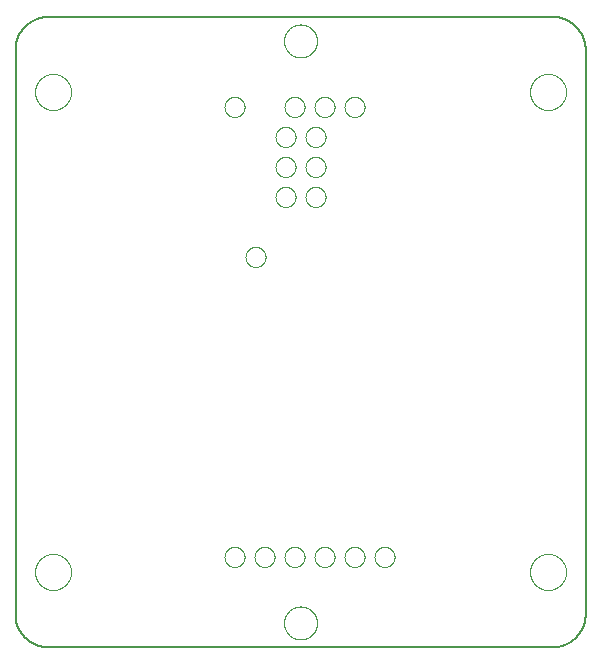
<source format=gko>
G75*
%MOIN*%
%OFA0B0*%
%FSLAX25Y25*%
%IPPOS*%
%LPD*%
%AMOC8*
5,1,8,0,0,1.08239X$1,22.5*
%
%ADD10C,0.00800*%
%ADD11C,0.00000*%
D10*
X0026408Y0100000D02*
X0196408Y0100000D01*
X0196676Y0100027D01*
X0196943Y0100060D01*
X0197210Y0100100D01*
X0197475Y0100146D01*
X0197740Y0100199D01*
X0198002Y0100258D01*
X0198264Y0100324D01*
X0198523Y0100396D01*
X0198781Y0100475D01*
X0199037Y0100560D01*
X0199291Y0100651D01*
X0199542Y0100748D01*
X0199791Y0100851D01*
X0200037Y0100960D01*
X0200281Y0101076D01*
X0200521Y0101197D01*
X0200759Y0101324D01*
X0200993Y0101457D01*
X0201224Y0101596D01*
X0201452Y0101740D01*
X0201676Y0101890D01*
X0201896Y0102045D01*
X0202113Y0102206D01*
X0202325Y0102372D01*
X0202533Y0102543D01*
X0202737Y0102719D01*
X0202937Y0102900D01*
X0203132Y0103085D01*
X0203323Y0103276D01*
X0203508Y0103471D01*
X0203689Y0103671D01*
X0203865Y0103875D01*
X0204036Y0104083D01*
X0204202Y0104295D01*
X0204363Y0104512D01*
X0204518Y0104732D01*
X0204668Y0104956D01*
X0204812Y0105184D01*
X0204951Y0105415D01*
X0205084Y0105649D01*
X0205211Y0105887D01*
X0205332Y0106127D01*
X0205448Y0106371D01*
X0205557Y0106617D01*
X0205660Y0106866D01*
X0205757Y0107117D01*
X0205848Y0107371D01*
X0205933Y0107627D01*
X0206012Y0107885D01*
X0206084Y0108144D01*
X0206150Y0108406D01*
X0206209Y0108668D01*
X0206262Y0108933D01*
X0206308Y0109198D01*
X0206348Y0109465D01*
X0206381Y0109732D01*
X0206408Y0110000D01*
X0206408Y0300000D01*
X0206381Y0300268D01*
X0206348Y0300535D01*
X0206308Y0300802D01*
X0206262Y0301067D01*
X0206209Y0301332D01*
X0206150Y0301594D01*
X0206084Y0301856D01*
X0206012Y0302115D01*
X0205933Y0302373D01*
X0205848Y0302629D01*
X0205757Y0302883D01*
X0205660Y0303134D01*
X0205557Y0303383D01*
X0205448Y0303629D01*
X0205332Y0303873D01*
X0205211Y0304113D01*
X0205084Y0304351D01*
X0204951Y0304585D01*
X0204812Y0304816D01*
X0204668Y0305044D01*
X0204518Y0305268D01*
X0204363Y0305488D01*
X0204202Y0305705D01*
X0204036Y0305917D01*
X0203865Y0306125D01*
X0203689Y0306329D01*
X0203508Y0306529D01*
X0203323Y0306724D01*
X0203132Y0306915D01*
X0202937Y0307100D01*
X0202737Y0307281D01*
X0202533Y0307457D01*
X0202325Y0307628D01*
X0202113Y0307794D01*
X0201896Y0307955D01*
X0201676Y0308110D01*
X0201452Y0308260D01*
X0201224Y0308404D01*
X0200993Y0308543D01*
X0200759Y0308676D01*
X0200521Y0308803D01*
X0200281Y0308924D01*
X0200037Y0309040D01*
X0199791Y0309149D01*
X0199542Y0309252D01*
X0199291Y0309349D01*
X0199037Y0309440D01*
X0198781Y0309525D01*
X0198523Y0309604D01*
X0198264Y0309676D01*
X0198002Y0309742D01*
X0197740Y0309801D01*
X0197475Y0309854D01*
X0197210Y0309900D01*
X0196943Y0309940D01*
X0196676Y0309973D01*
X0196408Y0310000D01*
X0026408Y0310000D01*
X0016408Y0300000D02*
X0016408Y0110000D01*
X0016407Y0110000D02*
X0016434Y0109732D01*
X0016467Y0109465D01*
X0016507Y0109198D01*
X0016553Y0108933D01*
X0016606Y0108668D01*
X0016665Y0108406D01*
X0016731Y0108144D01*
X0016803Y0107885D01*
X0016882Y0107627D01*
X0016967Y0107371D01*
X0017058Y0107117D01*
X0017155Y0106866D01*
X0017258Y0106617D01*
X0017367Y0106371D01*
X0017483Y0106127D01*
X0017604Y0105887D01*
X0017731Y0105649D01*
X0017864Y0105415D01*
X0018003Y0105184D01*
X0018147Y0104956D01*
X0018297Y0104732D01*
X0018452Y0104512D01*
X0018613Y0104295D01*
X0018779Y0104083D01*
X0018950Y0103875D01*
X0019126Y0103671D01*
X0019307Y0103471D01*
X0019492Y0103276D01*
X0019683Y0103085D01*
X0019878Y0102900D01*
X0020078Y0102719D01*
X0020282Y0102543D01*
X0020490Y0102372D01*
X0020702Y0102206D01*
X0020919Y0102045D01*
X0021139Y0101890D01*
X0021363Y0101740D01*
X0021591Y0101596D01*
X0021822Y0101457D01*
X0022056Y0101324D01*
X0022294Y0101197D01*
X0022534Y0101076D01*
X0022778Y0100960D01*
X0023024Y0100851D01*
X0023273Y0100748D01*
X0023524Y0100651D01*
X0023778Y0100560D01*
X0024034Y0100475D01*
X0024292Y0100396D01*
X0024551Y0100324D01*
X0024813Y0100258D01*
X0025075Y0100199D01*
X0025340Y0100146D01*
X0025605Y0100100D01*
X0025872Y0100060D01*
X0026139Y0100027D01*
X0026407Y0100000D01*
X0016407Y0300000D02*
X0016434Y0300268D01*
X0016467Y0300535D01*
X0016507Y0300802D01*
X0016553Y0301067D01*
X0016606Y0301332D01*
X0016665Y0301594D01*
X0016731Y0301856D01*
X0016803Y0302115D01*
X0016882Y0302373D01*
X0016967Y0302629D01*
X0017058Y0302883D01*
X0017155Y0303134D01*
X0017258Y0303383D01*
X0017367Y0303629D01*
X0017483Y0303873D01*
X0017604Y0304113D01*
X0017731Y0304351D01*
X0017864Y0304585D01*
X0018003Y0304816D01*
X0018147Y0305044D01*
X0018297Y0305268D01*
X0018452Y0305488D01*
X0018613Y0305705D01*
X0018779Y0305917D01*
X0018950Y0306125D01*
X0019126Y0306329D01*
X0019307Y0306529D01*
X0019492Y0306724D01*
X0019683Y0306915D01*
X0019878Y0307100D01*
X0020078Y0307281D01*
X0020282Y0307457D01*
X0020490Y0307628D01*
X0020702Y0307794D01*
X0020919Y0307955D01*
X0021139Y0308110D01*
X0021363Y0308260D01*
X0021591Y0308404D01*
X0021822Y0308543D01*
X0022056Y0308676D01*
X0022294Y0308803D01*
X0022534Y0308924D01*
X0022778Y0309040D01*
X0023024Y0309149D01*
X0023273Y0309252D01*
X0023524Y0309349D01*
X0023778Y0309440D01*
X0024034Y0309525D01*
X0024292Y0309604D01*
X0024551Y0309676D01*
X0024813Y0309742D01*
X0025075Y0309801D01*
X0025340Y0309854D01*
X0025605Y0309900D01*
X0025872Y0309940D01*
X0026139Y0309973D01*
X0026407Y0310000D01*
D11*
X0022908Y0285000D02*
X0022910Y0285154D01*
X0022916Y0285309D01*
X0022926Y0285463D01*
X0022940Y0285617D01*
X0022958Y0285770D01*
X0022979Y0285923D01*
X0023005Y0286076D01*
X0023035Y0286227D01*
X0023068Y0286378D01*
X0023106Y0286528D01*
X0023147Y0286677D01*
X0023192Y0286825D01*
X0023241Y0286971D01*
X0023294Y0287117D01*
X0023350Y0287260D01*
X0023410Y0287403D01*
X0023474Y0287543D01*
X0023541Y0287683D01*
X0023612Y0287820D01*
X0023686Y0287955D01*
X0023764Y0288089D01*
X0023845Y0288220D01*
X0023930Y0288349D01*
X0024018Y0288477D01*
X0024109Y0288601D01*
X0024203Y0288724D01*
X0024301Y0288844D01*
X0024401Y0288961D01*
X0024505Y0289076D01*
X0024611Y0289188D01*
X0024720Y0289297D01*
X0024832Y0289403D01*
X0024947Y0289507D01*
X0025064Y0289607D01*
X0025184Y0289705D01*
X0025307Y0289799D01*
X0025431Y0289890D01*
X0025559Y0289978D01*
X0025688Y0290063D01*
X0025819Y0290144D01*
X0025953Y0290222D01*
X0026088Y0290296D01*
X0026225Y0290367D01*
X0026365Y0290434D01*
X0026505Y0290498D01*
X0026648Y0290558D01*
X0026791Y0290614D01*
X0026937Y0290667D01*
X0027083Y0290716D01*
X0027231Y0290761D01*
X0027380Y0290802D01*
X0027530Y0290840D01*
X0027681Y0290873D01*
X0027832Y0290903D01*
X0027985Y0290929D01*
X0028138Y0290950D01*
X0028291Y0290968D01*
X0028445Y0290982D01*
X0028599Y0290992D01*
X0028754Y0290998D01*
X0028908Y0291000D01*
X0029062Y0290998D01*
X0029217Y0290992D01*
X0029371Y0290982D01*
X0029525Y0290968D01*
X0029678Y0290950D01*
X0029831Y0290929D01*
X0029984Y0290903D01*
X0030135Y0290873D01*
X0030286Y0290840D01*
X0030436Y0290802D01*
X0030585Y0290761D01*
X0030733Y0290716D01*
X0030879Y0290667D01*
X0031025Y0290614D01*
X0031168Y0290558D01*
X0031311Y0290498D01*
X0031451Y0290434D01*
X0031591Y0290367D01*
X0031728Y0290296D01*
X0031863Y0290222D01*
X0031997Y0290144D01*
X0032128Y0290063D01*
X0032257Y0289978D01*
X0032385Y0289890D01*
X0032509Y0289799D01*
X0032632Y0289705D01*
X0032752Y0289607D01*
X0032869Y0289507D01*
X0032984Y0289403D01*
X0033096Y0289297D01*
X0033205Y0289188D01*
X0033311Y0289076D01*
X0033415Y0288961D01*
X0033515Y0288844D01*
X0033613Y0288724D01*
X0033707Y0288601D01*
X0033798Y0288477D01*
X0033886Y0288349D01*
X0033971Y0288220D01*
X0034052Y0288089D01*
X0034130Y0287955D01*
X0034204Y0287820D01*
X0034275Y0287683D01*
X0034342Y0287543D01*
X0034406Y0287403D01*
X0034466Y0287260D01*
X0034522Y0287117D01*
X0034575Y0286971D01*
X0034624Y0286825D01*
X0034669Y0286677D01*
X0034710Y0286528D01*
X0034748Y0286378D01*
X0034781Y0286227D01*
X0034811Y0286076D01*
X0034837Y0285923D01*
X0034858Y0285770D01*
X0034876Y0285617D01*
X0034890Y0285463D01*
X0034900Y0285309D01*
X0034906Y0285154D01*
X0034908Y0285000D01*
X0034906Y0284846D01*
X0034900Y0284691D01*
X0034890Y0284537D01*
X0034876Y0284383D01*
X0034858Y0284230D01*
X0034837Y0284077D01*
X0034811Y0283924D01*
X0034781Y0283773D01*
X0034748Y0283622D01*
X0034710Y0283472D01*
X0034669Y0283323D01*
X0034624Y0283175D01*
X0034575Y0283029D01*
X0034522Y0282883D01*
X0034466Y0282740D01*
X0034406Y0282597D01*
X0034342Y0282457D01*
X0034275Y0282317D01*
X0034204Y0282180D01*
X0034130Y0282045D01*
X0034052Y0281911D01*
X0033971Y0281780D01*
X0033886Y0281651D01*
X0033798Y0281523D01*
X0033707Y0281399D01*
X0033613Y0281276D01*
X0033515Y0281156D01*
X0033415Y0281039D01*
X0033311Y0280924D01*
X0033205Y0280812D01*
X0033096Y0280703D01*
X0032984Y0280597D01*
X0032869Y0280493D01*
X0032752Y0280393D01*
X0032632Y0280295D01*
X0032509Y0280201D01*
X0032385Y0280110D01*
X0032257Y0280022D01*
X0032128Y0279937D01*
X0031997Y0279856D01*
X0031863Y0279778D01*
X0031728Y0279704D01*
X0031591Y0279633D01*
X0031451Y0279566D01*
X0031311Y0279502D01*
X0031168Y0279442D01*
X0031025Y0279386D01*
X0030879Y0279333D01*
X0030733Y0279284D01*
X0030585Y0279239D01*
X0030436Y0279198D01*
X0030286Y0279160D01*
X0030135Y0279127D01*
X0029984Y0279097D01*
X0029831Y0279071D01*
X0029678Y0279050D01*
X0029525Y0279032D01*
X0029371Y0279018D01*
X0029217Y0279008D01*
X0029062Y0279002D01*
X0028908Y0279000D01*
X0028754Y0279002D01*
X0028599Y0279008D01*
X0028445Y0279018D01*
X0028291Y0279032D01*
X0028138Y0279050D01*
X0027985Y0279071D01*
X0027832Y0279097D01*
X0027681Y0279127D01*
X0027530Y0279160D01*
X0027380Y0279198D01*
X0027231Y0279239D01*
X0027083Y0279284D01*
X0026937Y0279333D01*
X0026791Y0279386D01*
X0026648Y0279442D01*
X0026505Y0279502D01*
X0026365Y0279566D01*
X0026225Y0279633D01*
X0026088Y0279704D01*
X0025953Y0279778D01*
X0025819Y0279856D01*
X0025688Y0279937D01*
X0025559Y0280022D01*
X0025431Y0280110D01*
X0025307Y0280201D01*
X0025184Y0280295D01*
X0025064Y0280393D01*
X0024947Y0280493D01*
X0024832Y0280597D01*
X0024720Y0280703D01*
X0024611Y0280812D01*
X0024505Y0280924D01*
X0024401Y0281039D01*
X0024301Y0281156D01*
X0024203Y0281276D01*
X0024109Y0281399D01*
X0024018Y0281523D01*
X0023930Y0281651D01*
X0023845Y0281780D01*
X0023764Y0281911D01*
X0023686Y0282045D01*
X0023612Y0282180D01*
X0023541Y0282317D01*
X0023474Y0282457D01*
X0023410Y0282597D01*
X0023350Y0282740D01*
X0023294Y0282883D01*
X0023241Y0283029D01*
X0023192Y0283175D01*
X0023147Y0283323D01*
X0023106Y0283472D01*
X0023068Y0283622D01*
X0023035Y0283773D01*
X0023005Y0283924D01*
X0022979Y0284077D01*
X0022958Y0284230D01*
X0022940Y0284383D01*
X0022926Y0284537D01*
X0022916Y0284691D01*
X0022910Y0284846D01*
X0022908Y0285000D01*
X0086062Y0280000D02*
X0086064Y0280115D01*
X0086070Y0280231D01*
X0086080Y0280346D01*
X0086094Y0280461D01*
X0086112Y0280575D01*
X0086134Y0280688D01*
X0086159Y0280801D01*
X0086189Y0280912D01*
X0086222Y0281023D01*
X0086259Y0281132D01*
X0086300Y0281240D01*
X0086345Y0281347D01*
X0086393Y0281452D01*
X0086445Y0281555D01*
X0086501Y0281656D01*
X0086560Y0281756D01*
X0086622Y0281853D01*
X0086688Y0281948D01*
X0086756Y0282041D01*
X0086828Y0282131D01*
X0086903Y0282219D01*
X0086982Y0282304D01*
X0087063Y0282386D01*
X0087146Y0282466D01*
X0087233Y0282542D01*
X0087322Y0282616D01*
X0087413Y0282686D01*
X0087507Y0282754D01*
X0087603Y0282818D01*
X0087702Y0282878D01*
X0087802Y0282935D01*
X0087904Y0282989D01*
X0088008Y0283039D01*
X0088114Y0283086D01*
X0088221Y0283129D01*
X0088330Y0283168D01*
X0088440Y0283203D01*
X0088551Y0283234D01*
X0088663Y0283262D01*
X0088776Y0283286D01*
X0088890Y0283306D01*
X0089005Y0283322D01*
X0089120Y0283334D01*
X0089235Y0283342D01*
X0089350Y0283346D01*
X0089466Y0283346D01*
X0089581Y0283342D01*
X0089696Y0283334D01*
X0089811Y0283322D01*
X0089926Y0283306D01*
X0090040Y0283286D01*
X0090153Y0283262D01*
X0090265Y0283234D01*
X0090376Y0283203D01*
X0090486Y0283168D01*
X0090595Y0283129D01*
X0090702Y0283086D01*
X0090808Y0283039D01*
X0090912Y0282989D01*
X0091014Y0282935D01*
X0091114Y0282878D01*
X0091213Y0282818D01*
X0091309Y0282754D01*
X0091403Y0282686D01*
X0091494Y0282616D01*
X0091583Y0282542D01*
X0091670Y0282466D01*
X0091753Y0282386D01*
X0091834Y0282304D01*
X0091913Y0282219D01*
X0091988Y0282131D01*
X0092060Y0282041D01*
X0092128Y0281948D01*
X0092194Y0281853D01*
X0092256Y0281756D01*
X0092315Y0281656D01*
X0092371Y0281555D01*
X0092423Y0281452D01*
X0092471Y0281347D01*
X0092516Y0281240D01*
X0092557Y0281132D01*
X0092594Y0281023D01*
X0092627Y0280912D01*
X0092657Y0280801D01*
X0092682Y0280688D01*
X0092704Y0280575D01*
X0092722Y0280461D01*
X0092736Y0280346D01*
X0092746Y0280231D01*
X0092752Y0280115D01*
X0092754Y0280000D01*
X0092752Y0279885D01*
X0092746Y0279769D01*
X0092736Y0279654D01*
X0092722Y0279539D01*
X0092704Y0279425D01*
X0092682Y0279312D01*
X0092657Y0279199D01*
X0092627Y0279088D01*
X0092594Y0278977D01*
X0092557Y0278868D01*
X0092516Y0278760D01*
X0092471Y0278653D01*
X0092423Y0278548D01*
X0092371Y0278445D01*
X0092315Y0278344D01*
X0092256Y0278244D01*
X0092194Y0278147D01*
X0092128Y0278052D01*
X0092060Y0277959D01*
X0091988Y0277869D01*
X0091913Y0277781D01*
X0091834Y0277696D01*
X0091753Y0277614D01*
X0091670Y0277534D01*
X0091583Y0277458D01*
X0091494Y0277384D01*
X0091403Y0277314D01*
X0091309Y0277246D01*
X0091213Y0277182D01*
X0091114Y0277122D01*
X0091014Y0277065D01*
X0090912Y0277011D01*
X0090808Y0276961D01*
X0090702Y0276914D01*
X0090595Y0276871D01*
X0090486Y0276832D01*
X0090376Y0276797D01*
X0090265Y0276766D01*
X0090153Y0276738D01*
X0090040Y0276714D01*
X0089926Y0276694D01*
X0089811Y0276678D01*
X0089696Y0276666D01*
X0089581Y0276658D01*
X0089466Y0276654D01*
X0089350Y0276654D01*
X0089235Y0276658D01*
X0089120Y0276666D01*
X0089005Y0276678D01*
X0088890Y0276694D01*
X0088776Y0276714D01*
X0088663Y0276738D01*
X0088551Y0276766D01*
X0088440Y0276797D01*
X0088330Y0276832D01*
X0088221Y0276871D01*
X0088114Y0276914D01*
X0088008Y0276961D01*
X0087904Y0277011D01*
X0087802Y0277065D01*
X0087702Y0277122D01*
X0087603Y0277182D01*
X0087507Y0277246D01*
X0087413Y0277314D01*
X0087322Y0277384D01*
X0087233Y0277458D01*
X0087146Y0277534D01*
X0087063Y0277614D01*
X0086982Y0277696D01*
X0086903Y0277781D01*
X0086828Y0277869D01*
X0086756Y0277959D01*
X0086688Y0278052D01*
X0086622Y0278147D01*
X0086560Y0278244D01*
X0086501Y0278344D01*
X0086445Y0278445D01*
X0086393Y0278548D01*
X0086345Y0278653D01*
X0086300Y0278760D01*
X0086259Y0278868D01*
X0086222Y0278977D01*
X0086189Y0279088D01*
X0086159Y0279199D01*
X0086134Y0279312D01*
X0086112Y0279425D01*
X0086094Y0279539D01*
X0086080Y0279654D01*
X0086070Y0279769D01*
X0086064Y0279885D01*
X0086062Y0280000D01*
X0103062Y0270000D02*
X0103064Y0270115D01*
X0103070Y0270231D01*
X0103080Y0270346D01*
X0103094Y0270461D01*
X0103112Y0270575D01*
X0103134Y0270688D01*
X0103159Y0270801D01*
X0103189Y0270912D01*
X0103222Y0271023D01*
X0103259Y0271132D01*
X0103300Y0271240D01*
X0103345Y0271347D01*
X0103393Y0271452D01*
X0103445Y0271555D01*
X0103501Y0271656D01*
X0103560Y0271756D01*
X0103622Y0271853D01*
X0103688Y0271948D01*
X0103756Y0272041D01*
X0103828Y0272131D01*
X0103903Y0272219D01*
X0103982Y0272304D01*
X0104063Y0272386D01*
X0104146Y0272466D01*
X0104233Y0272542D01*
X0104322Y0272616D01*
X0104413Y0272686D01*
X0104507Y0272754D01*
X0104603Y0272818D01*
X0104702Y0272878D01*
X0104802Y0272935D01*
X0104904Y0272989D01*
X0105008Y0273039D01*
X0105114Y0273086D01*
X0105221Y0273129D01*
X0105330Y0273168D01*
X0105440Y0273203D01*
X0105551Y0273234D01*
X0105663Y0273262D01*
X0105776Y0273286D01*
X0105890Y0273306D01*
X0106005Y0273322D01*
X0106120Y0273334D01*
X0106235Y0273342D01*
X0106350Y0273346D01*
X0106466Y0273346D01*
X0106581Y0273342D01*
X0106696Y0273334D01*
X0106811Y0273322D01*
X0106926Y0273306D01*
X0107040Y0273286D01*
X0107153Y0273262D01*
X0107265Y0273234D01*
X0107376Y0273203D01*
X0107486Y0273168D01*
X0107595Y0273129D01*
X0107702Y0273086D01*
X0107808Y0273039D01*
X0107912Y0272989D01*
X0108014Y0272935D01*
X0108114Y0272878D01*
X0108213Y0272818D01*
X0108309Y0272754D01*
X0108403Y0272686D01*
X0108494Y0272616D01*
X0108583Y0272542D01*
X0108670Y0272466D01*
X0108753Y0272386D01*
X0108834Y0272304D01*
X0108913Y0272219D01*
X0108988Y0272131D01*
X0109060Y0272041D01*
X0109128Y0271948D01*
X0109194Y0271853D01*
X0109256Y0271756D01*
X0109315Y0271656D01*
X0109371Y0271555D01*
X0109423Y0271452D01*
X0109471Y0271347D01*
X0109516Y0271240D01*
X0109557Y0271132D01*
X0109594Y0271023D01*
X0109627Y0270912D01*
X0109657Y0270801D01*
X0109682Y0270688D01*
X0109704Y0270575D01*
X0109722Y0270461D01*
X0109736Y0270346D01*
X0109746Y0270231D01*
X0109752Y0270115D01*
X0109754Y0270000D01*
X0109752Y0269885D01*
X0109746Y0269769D01*
X0109736Y0269654D01*
X0109722Y0269539D01*
X0109704Y0269425D01*
X0109682Y0269312D01*
X0109657Y0269199D01*
X0109627Y0269088D01*
X0109594Y0268977D01*
X0109557Y0268868D01*
X0109516Y0268760D01*
X0109471Y0268653D01*
X0109423Y0268548D01*
X0109371Y0268445D01*
X0109315Y0268344D01*
X0109256Y0268244D01*
X0109194Y0268147D01*
X0109128Y0268052D01*
X0109060Y0267959D01*
X0108988Y0267869D01*
X0108913Y0267781D01*
X0108834Y0267696D01*
X0108753Y0267614D01*
X0108670Y0267534D01*
X0108583Y0267458D01*
X0108494Y0267384D01*
X0108403Y0267314D01*
X0108309Y0267246D01*
X0108213Y0267182D01*
X0108114Y0267122D01*
X0108014Y0267065D01*
X0107912Y0267011D01*
X0107808Y0266961D01*
X0107702Y0266914D01*
X0107595Y0266871D01*
X0107486Y0266832D01*
X0107376Y0266797D01*
X0107265Y0266766D01*
X0107153Y0266738D01*
X0107040Y0266714D01*
X0106926Y0266694D01*
X0106811Y0266678D01*
X0106696Y0266666D01*
X0106581Y0266658D01*
X0106466Y0266654D01*
X0106350Y0266654D01*
X0106235Y0266658D01*
X0106120Y0266666D01*
X0106005Y0266678D01*
X0105890Y0266694D01*
X0105776Y0266714D01*
X0105663Y0266738D01*
X0105551Y0266766D01*
X0105440Y0266797D01*
X0105330Y0266832D01*
X0105221Y0266871D01*
X0105114Y0266914D01*
X0105008Y0266961D01*
X0104904Y0267011D01*
X0104802Y0267065D01*
X0104702Y0267122D01*
X0104603Y0267182D01*
X0104507Y0267246D01*
X0104413Y0267314D01*
X0104322Y0267384D01*
X0104233Y0267458D01*
X0104146Y0267534D01*
X0104063Y0267614D01*
X0103982Y0267696D01*
X0103903Y0267781D01*
X0103828Y0267869D01*
X0103756Y0267959D01*
X0103688Y0268052D01*
X0103622Y0268147D01*
X0103560Y0268244D01*
X0103501Y0268344D01*
X0103445Y0268445D01*
X0103393Y0268548D01*
X0103345Y0268653D01*
X0103300Y0268760D01*
X0103259Y0268868D01*
X0103222Y0268977D01*
X0103189Y0269088D01*
X0103159Y0269199D01*
X0103134Y0269312D01*
X0103112Y0269425D01*
X0103094Y0269539D01*
X0103080Y0269654D01*
X0103070Y0269769D01*
X0103064Y0269885D01*
X0103062Y0270000D01*
X0103062Y0260000D02*
X0103064Y0260115D01*
X0103070Y0260231D01*
X0103080Y0260346D01*
X0103094Y0260461D01*
X0103112Y0260575D01*
X0103134Y0260688D01*
X0103159Y0260801D01*
X0103189Y0260912D01*
X0103222Y0261023D01*
X0103259Y0261132D01*
X0103300Y0261240D01*
X0103345Y0261347D01*
X0103393Y0261452D01*
X0103445Y0261555D01*
X0103501Y0261656D01*
X0103560Y0261756D01*
X0103622Y0261853D01*
X0103688Y0261948D01*
X0103756Y0262041D01*
X0103828Y0262131D01*
X0103903Y0262219D01*
X0103982Y0262304D01*
X0104063Y0262386D01*
X0104146Y0262466D01*
X0104233Y0262542D01*
X0104322Y0262616D01*
X0104413Y0262686D01*
X0104507Y0262754D01*
X0104603Y0262818D01*
X0104702Y0262878D01*
X0104802Y0262935D01*
X0104904Y0262989D01*
X0105008Y0263039D01*
X0105114Y0263086D01*
X0105221Y0263129D01*
X0105330Y0263168D01*
X0105440Y0263203D01*
X0105551Y0263234D01*
X0105663Y0263262D01*
X0105776Y0263286D01*
X0105890Y0263306D01*
X0106005Y0263322D01*
X0106120Y0263334D01*
X0106235Y0263342D01*
X0106350Y0263346D01*
X0106466Y0263346D01*
X0106581Y0263342D01*
X0106696Y0263334D01*
X0106811Y0263322D01*
X0106926Y0263306D01*
X0107040Y0263286D01*
X0107153Y0263262D01*
X0107265Y0263234D01*
X0107376Y0263203D01*
X0107486Y0263168D01*
X0107595Y0263129D01*
X0107702Y0263086D01*
X0107808Y0263039D01*
X0107912Y0262989D01*
X0108014Y0262935D01*
X0108114Y0262878D01*
X0108213Y0262818D01*
X0108309Y0262754D01*
X0108403Y0262686D01*
X0108494Y0262616D01*
X0108583Y0262542D01*
X0108670Y0262466D01*
X0108753Y0262386D01*
X0108834Y0262304D01*
X0108913Y0262219D01*
X0108988Y0262131D01*
X0109060Y0262041D01*
X0109128Y0261948D01*
X0109194Y0261853D01*
X0109256Y0261756D01*
X0109315Y0261656D01*
X0109371Y0261555D01*
X0109423Y0261452D01*
X0109471Y0261347D01*
X0109516Y0261240D01*
X0109557Y0261132D01*
X0109594Y0261023D01*
X0109627Y0260912D01*
X0109657Y0260801D01*
X0109682Y0260688D01*
X0109704Y0260575D01*
X0109722Y0260461D01*
X0109736Y0260346D01*
X0109746Y0260231D01*
X0109752Y0260115D01*
X0109754Y0260000D01*
X0109752Y0259885D01*
X0109746Y0259769D01*
X0109736Y0259654D01*
X0109722Y0259539D01*
X0109704Y0259425D01*
X0109682Y0259312D01*
X0109657Y0259199D01*
X0109627Y0259088D01*
X0109594Y0258977D01*
X0109557Y0258868D01*
X0109516Y0258760D01*
X0109471Y0258653D01*
X0109423Y0258548D01*
X0109371Y0258445D01*
X0109315Y0258344D01*
X0109256Y0258244D01*
X0109194Y0258147D01*
X0109128Y0258052D01*
X0109060Y0257959D01*
X0108988Y0257869D01*
X0108913Y0257781D01*
X0108834Y0257696D01*
X0108753Y0257614D01*
X0108670Y0257534D01*
X0108583Y0257458D01*
X0108494Y0257384D01*
X0108403Y0257314D01*
X0108309Y0257246D01*
X0108213Y0257182D01*
X0108114Y0257122D01*
X0108014Y0257065D01*
X0107912Y0257011D01*
X0107808Y0256961D01*
X0107702Y0256914D01*
X0107595Y0256871D01*
X0107486Y0256832D01*
X0107376Y0256797D01*
X0107265Y0256766D01*
X0107153Y0256738D01*
X0107040Y0256714D01*
X0106926Y0256694D01*
X0106811Y0256678D01*
X0106696Y0256666D01*
X0106581Y0256658D01*
X0106466Y0256654D01*
X0106350Y0256654D01*
X0106235Y0256658D01*
X0106120Y0256666D01*
X0106005Y0256678D01*
X0105890Y0256694D01*
X0105776Y0256714D01*
X0105663Y0256738D01*
X0105551Y0256766D01*
X0105440Y0256797D01*
X0105330Y0256832D01*
X0105221Y0256871D01*
X0105114Y0256914D01*
X0105008Y0256961D01*
X0104904Y0257011D01*
X0104802Y0257065D01*
X0104702Y0257122D01*
X0104603Y0257182D01*
X0104507Y0257246D01*
X0104413Y0257314D01*
X0104322Y0257384D01*
X0104233Y0257458D01*
X0104146Y0257534D01*
X0104063Y0257614D01*
X0103982Y0257696D01*
X0103903Y0257781D01*
X0103828Y0257869D01*
X0103756Y0257959D01*
X0103688Y0258052D01*
X0103622Y0258147D01*
X0103560Y0258244D01*
X0103501Y0258344D01*
X0103445Y0258445D01*
X0103393Y0258548D01*
X0103345Y0258653D01*
X0103300Y0258760D01*
X0103259Y0258868D01*
X0103222Y0258977D01*
X0103189Y0259088D01*
X0103159Y0259199D01*
X0103134Y0259312D01*
X0103112Y0259425D01*
X0103094Y0259539D01*
X0103080Y0259654D01*
X0103070Y0259769D01*
X0103064Y0259885D01*
X0103062Y0260000D01*
X0103062Y0250000D02*
X0103064Y0250115D01*
X0103070Y0250231D01*
X0103080Y0250346D01*
X0103094Y0250461D01*
X0103112Y0250575D01*
X0103134Y0250688D01*
X0103159Y0250801D01*
X0103189Y0250912D01*
X0103222Y0251023D01*
X0103259Y0251132D01*
X0103300Y0251240D01*
X0103345Y0251347D01*
X0103393Y0251452D01*
X0103445Y0251555D01*
X0103501Y0251656D01*
X0103560Y0251756D01*
X0103622Y0251853D01*
X0103688Y0251948D01*
X0103756Y0252041D01*
X0103828Y0252131D01*
X0103903Y0252219D01*
X0103982Y0252304D01*
X0104063Y0252386D01*
X0104146Y0252466D01*
X0104233Y0252542D01*
X0104322Y0252616D01*
X0104413Y0252686D01*
X0104507Y0252754D01*
X0104603Y0252818D01*
X0104702Y0252878D01*
X0104802Y0252935D01*
X0104904Y0252989D01*
X0105008Y0253039D01*
X0105114Y0253086D01*
X0105221Y0253129D01*
X0105330Y0253168D01*
X0105440Y0253203D01*
X0105551Y0253234D01*
X0105663Y0253262D01*
X0105776Y0253286D01*
X0105890Y0253306D01*
X0106005Y0253322D01*
X0106120Y0253334D01*
X0106235Y0253342D01*
X0106350Y0253346D01*
X0106466Y0253346D01*
X0106581Y0253342D01*
X0106696Y0253334D01*
X0106811Y0253322D01*
X0106926Y0253306D01*
X0107040Y0253286D01*
X0107153Y0253262D01*
X0107265Y0253234D01*
X0107376Y0253203D01*
X0107486Y0253168D01*
X0107595Y0253129D01*
X0107702Y0253086D01*
X0107808Y0253039D01*
X0107912Y0252989D01*
X0108014Y0252935D01*
X0108114Y0252878D01*
X0108213Y0252818D01*
X0108309Y0252754D01*
X0108403Y0252686D01*
X0108494Y0252616D01*
X0108583Y0252542D01*
X0108670Y0252466D01*
X0108753Y0252386D01*
X0108834Y0252304D01*
X0108913Y0252219D01*
X0108988Y0252131D01*
X0109060Y0252041D01*
X0109128Y0251948D01*
X0109194Y0251853D01*
X0109256Y0251756D01*
X0109315Y0251656D01*
X0109371Y0251555D01*
X0109423Y0251452D01*
X0109471Y0251347D01*
X0109516Y0251240D01*
X0109557Y0251132D01*
X0109594Y0251023D01*
X0109627Y0250912D01*
X0109657Y0250801D01*
X0109682Y0250688D01*
X0109704Y0250575D01*
X0109722Y0250461D01*
X0109736Y0250346D01*
X0109746Y0250231D01*
X0109752Y0250115D01*
X0109754Y0250000D01*
X0109752Y0249885D01*
X0109746Y0249769D01*
X0109736Y0249654D01*
X0109722Y0249539D01*
X0109704Y0249425D01*
X0109682Y0249312D01*
X0109657Y0249199D01*
X0109627Y0249088D01*
X0109594Y0248977D01*
X0109557Y0248868D01*
X0109516Y0248760D01*
X0109471Y0248653D01*
X0109423Y0248548D01*
X0109371Y0248445D01*
X0109315Y0248344D01*
X0109256Y0248244D01*
X0109194Y0248147D01*
X0109128Y0248052D01*
X0109060Y0247959D01*
X0108988Y0247869D01*
X0108913Y0247781D01*
X0108834Y0247696D01*
X0108753Y0247614D01*
X0108670Y0247534D01*
X0108583Y0247458D01*
X0108494Y0247384D01*
X0108403Y0247314D01*
X0108309Y0247246D01*
X0108213Y0247182D01*
X0108114Y0247122D01*
X0108014Y0247065D01*
X0107912Y0247011D01*
X0107808Y0246961D01*
X0107702Y0246914D01*
X0107595Y0246871D01*
X0107486Y0246832D01*
X0107376Y0246797D01*
X0107265Y0246766D01*
X0107153Y0246738D01*
X0107040Y0246714D01*
X0106926Y0246694D01*
X0106811Y0246678D01*
X0106696Y0246666D01*
X0106581Y0246658D01*
X0106466Y0246654D01*
X0106350Y0246654D01*
X0106235Y0246658D01*
X0106120Y0246666D01*
X0106005Y0246678D01*
X0105890Y0246694D01*
X0105776Y0246714D01*
X0105663Y0246738D01*
X0105551Y0246766D01*
X0105440Y0246797D01*
X0105330Y0246832D01*
X0105221Y0246871D01*
X0105114Y0246914D01*
X0105008Y0246961D01*
X0104904Y0247011D01*
X0104802Y0247065D01*
X0104702Y0247122D01*
X0104603Y0247182D01*
X0104507Y0247246D01*
X0104413Y0247314D01*
X0104322Y0247384D01*
X0104233Y0247458D01*
X0104146Y0247534D01*
X0104063Y0247614D01*
X0103982Y0247696D01*
X0103903Y0247781D01*
X0103828Y0247869D01*
X0103756Y0247959D01*
X0103688Y0248052D01*
X0103622Y0248147D01*
X0103560Y0248244D01*
X0103501Y0248344D01*
X0103445Y0248445D01*
X0103393Y0248548D01*
X0103345Y0248653D01*
X0103300Y0248760D01*
X0103259Y0248868D01*
X0103222Y0248977D01*
X0103189Y0249088D01*
X0103159Y0249199D01*
X0103134Y0249312D01*
X0103112Y0249425D01*
X0103094Y0249539D01*
X0103080Y0249654D01*
X0103070Y0249769D01*
X0103064Y0249885D01*
X0103062Y0250000D01*
X0113062Y0250000D02*
X0113064Y0250115D01*
X0113070Y0250231D01*
X0113080Y0250346D01*
X0113094Y0250461D01*
X0113112Y0250575D01*
X0113134Y0250688D01*
X0113159Y0250801D01*
X0113189Y0250912D01*
X0113222Y0251023D01*
X0113259Y0251132D01*
X0113300Y0251240D01*
X0113345Y0251347D01*
X0113393Y0251452D01*
X0113445Y0251555D01*
X0113501Y0251656D01*
X0113560Y0251756D01*
X0113622Y0251853D01*
X0113688Y0251948D01*
X0113756Y0252041D01*
X0113828Y0252131D01*
X0113903Y0252219D01*
X0113982Y0252304D01*
X0114063Y0252386D01*
X0114146Y0252466D01*
X0114233Y0252542D01*
X0114322Y0252616D01*
X0114413Y0252686D01*
X0114507Y0252754D01*
X0114603Y0252818D01*
X0114702Y0252878D01*
X0114802Y0252935D01*
X0114904Y0252989D01*
X0115008Y0253039D01*
X0115114Y0253086D01*
X0115221Y0253129D01*
X0115330Y0253168D01*
X0115440Y0253203D01*
X0115551Y0253234D01*
X0115663Y0253262D01*
X0115776Y0253286D01*
X0115890Y0253306D01*
X0116005Y0253322D01*
X0116120Y0253334D01*
X0116235Y0253342D01*
X0116350Y0253346D01*
X0116466Y0253346D01*
X0116581Y0253342D01*
X0116696Y0253334D01*
X0116811Y0253322D01*
X0116926Y0253306D01*
X0117040Y0253286D01*
X0117153Y0253262D01*
X0117265Y0253234D01*
X0117376Y0253203D01*
X0117486Y0253168D01*
X0117595Y0253129D01*
X0117702Y0253086D01*
X0117808Y0253039D01*
X0117912Y0252989D01*
X0118014Y0252935D01*
X0118114Y0252878D01*
X0118213Y0252818D01*
X0118309Y0252754D01*
X0118403Y0252686D01*
X0118494Y0252616D01*
X0118583Y0252542D01*
X0118670Y0252466D01*
X0118753Y0252386D01*
X0118834Y0252304D01*
X0118913Y0252219D01*
X0118988Y0252131D01*
X0119060Y0252041D01*
X0119128Y0251948D01*
X0119194Y0251853D01*
X0119256Y0251756D01*
X0119315Y0251656D01*
X0119371Y0251555D01*
X0119423Y0251452D01*
X0119471Y0251347D01*
X0119516Y0251240D01*
X0119557Y0251132D01*
X0119594Y0251023D01*
X0119627Y0250912D01*
X0119657Y0250801D01*
X0119682Y0250688D01*
X0119704Y0250575D01*
X0119722Y0250461D01*
X0119736Y0250346D01*
X0119746Y0250231D01*
X0119752Y0250115D01*
X0119754Y0250000D01*
X0119752Y0249885D01*
X0119746Y0249769D01*
X0119736Y0249654D01*
X0119722Y0249539D01*
X0119704Y0249425D01*
X0119682Y0249312D01*
X0119657Y0249199D01*
X0119627Y0249088D01*
X0119594Y0248977D01*
X0119557Y0248868D01*
X0119516Y0248760D01*
X0119471Y0248653D01*
X0119423Y0248548D01*
X0119371Y0248445D01*
X0119315Y0248344D01*
X0119256Y0248244D01*
X0119194Y0248147D01*
X0119128Y0248052D01*
X0119060Y0247959D01*
X0118988Y0247869D01*
X0118913Y0247781D01*
X0118834Y0247696D01*
X0118753Y0247614D01*
X0118670Y0247534D01*
X0118583Y0247458D01*
X0118494Y0247384D01*
X0118403Y0247314D01*
X0118309Y0247246D01*
X0118213Y0247182D01*
X0118114Y0247122D01*
X0118014Y0247065D01*
X0117912Y0247011D01*
X0117808Y0246961D01*
X0117702Y0246914D01*
X0117595Y0246871D01*
X0117486Y0246832D01*
X0117376Y0246797D01*
X0117265Y0246766D01*
X0117153Y0246738D01*
X0117040Y0246714D01*
X0116926Y0246694D01*
X0116811Y0246678D01*
X0116696Y0246666D01*
X0116581Y0246658D01*
X0116466Y0246654D01*
X0116350Y0246654D01*
X0116235Y0246658D01*
X0116120Y0246666D01*
X0116005Y0246678D01*
X0115890Y0246694D01*
X0115776Y0246714D01*
X0115663Y0246738D01*
X0115551Y0246766D01*
X0115440Y0246797D01*
X0115330Y0246832D01*
X0115221Y0246871D01*
X0115114Y0246914D01*
X0115008Y0246961D01*
X0114904Y0247011D01*
X0114802Y0247065D01*
X0114702Y0247122D01*
X0114603Y0247182D01*
X0114507Y0247246D01*
X0114413Y0247314D01*
X0114322Y0247384D01*
X0114233Y0247458D01*
X0114146Y0247534D01*
X0114063Y0247614D01*
X0113982Y0247696D01*
X0113903Y0247781D01*
X0113828Y0247869D01*
X0113756Y0247959D01*
X0113688Y0248052D01*
X0113622Y0248147D01*
X0113560Y0248244D01*
X0113501Y0248344D01*
X0113445Y0248445D01*
X0113393Y0248548D01*
X0113345Y0248653D01*
X0113300Y0248760D01*
X0113259Y0248868D01*
X0113222Y0248977D01*
X0113189Y0249088D01*
X0113159Y0249199D01*
X0113134Y0249312D01*
X0113112Y0249425D01*
X0113094Y0249539D01*
X0113080Y0249654D01*
X0113070Y0249769D01*
X0113064Y0249885D01*
X0113062Y0250000D01*
X0113062Y0260000D02*
X0113064Y0260115D01*
X0113070Y0260231D01*
X0113080Y0260346D01*
X0113094Y0260461D01*
X0113112Y0260575D01*
X0113134Y0260688D01*
X0113159Y0260801D01*
X0113189Y0260912D01*
X0113222Y0261023D01*
X0113259Y0261132D01*
X0113300Y0261240D01*
X0113345Y0261347D01*
X0113393Y0261452D01*
X0113445Y0261555D01*
X0113501Y0261656D01*
X0113560Y0261756D01*
X0113622Y0261853D01*
X0113688Y0261948D01*
X0113756Y0262041D01*
X0113828Y0262131D01*
X0113903Y0262219D01*
X0113982Y0262304D01*
X0114063Y0262386D01*
X0114146Y0262466D01*
X0114233Y0262542D01*
X0114322Y0262616D01*
X0114413Y0262686D01*
X0114507Y0262754D01*
X0114603Y0262818D01*
X0114702Y0262878D01*
X0114802Y0262935D01*
X0114904Y0262989D01*
X0115008Y0263039D01*
X0115114Y0263086D01*
X0115221Y0263129D01*
X0115330Y0263168D01*
X0115440Y0263203D01*
X0115551Y0263234D01*
X0115663Y0263262D01*
X0115776Y0263286D01*
X0115890Y0263306D01*
X0116005Y0263322D01*
X0116120Y0263334D01*
X0116235Y0263342D01*
X0116350Y0263346D01*
X0116466Y0263346D01*
X0116581Y0263342D01*
X0116696Y0263334D01*
X0116811Y0263322D01*
X0116926Y0263306D01*
X0117040Y0263286D01*
X0117153Y0263262D01*
X0117265Y0263234D01*
X0117376Y0263203D01*
X0117486Y0263168D01*
X0117595Y0263129D01*
X0117702Y0263086D01*
X0117808Y0263039D01*
X0117912Y0262989D01*
X0118014Y0262935D01*
X0118114Y0262878D01*
X0118213Y0262818D01*
X0118309Y0262754D01*
X0118403Y0262686D01*
X0118494Y0262616D01*
X0118583Y0262542D01*
X0118670Y0262466D01*
X0118753Y0262386D01*
X0118834Y0262304D01*
X0118913Y0262219D01*
X0118988Y0262131D01*
X0119060Y0262041D01*
X0119128Y0261948D01*
X0119194Y0261853D01*
X0119256Y0261756D01*
X0119315Y0261656D01*
X0119371Y0261555D01*
X0119423Y0261452D01*
X0119471Y0261347D01*
X0119516Y0261240D01*
X0119557Y0261132D01*
X0119594Y0261023D01*
X0119627Y0260912D01*
X0119657Y0260801D01*
X0119682Y0260688D01*
X0119704Y0260575D01*
X0119722Y0260461D01*
X0119736Y0260346D01*
X0119746Y0260231D01*
X0119752Y0260115D01*
X0119754Y0260000D01*
X0119752Y0259885D01*
X0119746Y0259769D01*
X0119736Y0259654D01*
X0119722Y0259539D01*
X0119704Y0259425D01*
X0119682Y0259312D01*
X0119657Y0259199D01*
X0119627Y0259088D01*
X0119594Y0258977D01*
X0119557Y0258868D01*
X0119516Y0258760D01*
X0119471Y0258653D01*
X0119423Y0258548D01*
X0119371Y0258445D01*
X0119315Y0258344D01*
X0119256Y0258244D01*
X0119194Y0258147D01*
X0119128Y0258052D01*
X0119060Y0257959D01*
X0118988Y0257869D01*
X0118913Y0257781D01*
X0118834Y0257696D01*
X0118753Y0257614D01*
X0118670Y0257534D01*
X0118583Y0257458D01*
X0118494Y0257384D01*
X0118403Y0257314D01*
X0118309Y0257246D01*
X0118213Y0257182D01*
X0118114Y0257122D01*
X0118014Y0257065D01*
X0117912Y0257011D01*
X0117808Y0256961D01*
X0117702Y0256914D01*
X0117595Y0256871D01*
X0117486Y0256832D01*
X0117376Y0256797D01*
X0117265Y0256766D01*
X0117153Y0256738D01*
X0117040Y0256714D01*
X0116926Y0256694D01*
X0116811Y0256678D01*
X0116696Y0256666D01*
X0116581Y0256658D01*
X0116466Y0256654D01*
X0116350Y0256654D01*
X0116235Y0256658D01*
X0116120Y0256666D01*
X0116005Y0256678D01*
X0115890Y0256694D01*
X0115776Y0256714D01*
X0115663Y0256738D01*
X0115551Y0256766D01*
X0115440Y0256797D01*
X0115330Y0256832D01*
X0115221Y0256871D01*
X0115114Y0256914D01*
X0115008Y0256961D01*
X0114904Y0257011D01*
X0114802Y0257065D01*
X0114702Y0257122D01*
X0114603Y0257182D01*
X0114507Y0257246D01*
X0114413Y0257314D01*
X0114322Y0257384D01*
X0114233Y0257458D01*
X0114146Y0257534D01*
X0114063Y0257614D01*
X0113982Y0257696D01*
X0113903Y0257781D01*
X0113828Y0257869D01*
X0113756Y0257959D01*
X0113688Y0258052D01*
X0113622Y0258147D01*
X0113560Y0258244D01*
X0113501Y0258344D01*
X0113445Y0258445D01*
X0113393Y0258548D01*
X0113345Y0258653D01*
X0113300Y0258760D01*
X0113259Y0258868D01*
X0113222Y0258977D01*
X0113189Y0259088D01*
X0113159Y0259199D01*
X0113134Y0259312D01*
X0113112Y0259425D01*
X0113094Y0259539D01*
X0113080Y0259654D01*
X0113070Y0259769D01*
X0113064Y0259885D01*
X0113062Y0260000D01*
X0113062Y0270000D02*
X0113064Y0270115D01*
X0113070Y0270231D01*
X0113080Y0270346D01*
X0113094Y0270461D01*
X0113112Y0270575D01*
X0113134Y0270688D01*
X0113159Y0270801D01*
X0113189Y0270912D01*
X0113222Y0271023D01*
X0113259Y0271132D01*
X0113300Y0271240D01*
X0113345Y0271347D01*
X0113393Y0271452D01*
X0113445Y0271555D01*
X0113501Y0271656D01*
X0113560Y0271756D01*
X0113622Y0271853D01*
X0113688Y0271948D01*
X0113756Y0272041D01*
X0113828Y0272131D01*
X0113903Y0272219D01*
X0113982Y0272304D01*
X0114063Y0272386D01*
X0114146Y0272466D01*
X0114233Y0272542D01*
X0114322Y0272616D01*
X0114413Y0272686D01*
X0114507Y0272754D01*
X0114603Y0272818D01*
X0114702Y0272878D01*
X0114802Y0272935D01*
X0114904Y0272989D01*
X0115008Y0273039D01*
X0115114Y0273086D01*
X0115221Y0273129D01*
X0115330Y0273168D01*
X0115440Y0273203D01*
X0115551Y0273234D01*
X0115663Y0273262D01*
X0115776Y0273286D01*
X0115890Y0273306D01*
X0116005Y0273322D01*
X0116120Y0273334D01*
X0116235Y0273342D01*
X0116350Y0273346D01*
X0116466Y0273346D01*
X0116581Y0273342D01*
X0116696Y0273334D01*
X0116811Y0273322D01*
X0116926Y0273306D01*
X0117040Y0273286D01*
X0117153Y0273262D01*
X0117265Y0273234D01*
X0117376Y0273203D01*
X0117486Y0273168D01*
X0117595Y0273129D01*
X0117702Y0273086D01*
X0117808Y0273039D01*
X0117912Y0272989D01*
X0118014Y0272935D01*
X0118114Y0272878D01*
X0118213Y0272818D01*
X0118309Y0272754D01*
X0118403Y0272686D01*
X0118494Y0272616D01*
X0118583Y0272542D01*
X0118670Y0272466D01*
X0118753Y0272386D01*
X0118834Y0272304D01*
X0118913Y0272219D01*
X0118988Y0272131D01*
X0119060Y0272041D01*
X0119128Y0271948D01*
X0119194Y0271853D01*
X0119256Y0271756D01*
X0119315Y0271656D01*
X0119371Y0271555D01*
X0119423Y0271452D01*
X0119471Y0271347D01*
X0119516Y0271240D01*
X0119557Y0271132D01*
X0119594Y0271023D01*
X0119627Y0270912D01*
X0119657Y0270801D01*
X0119682Y0270688D01*
X0119704Y0270575D01*
X0119722Y0270461D01*
X0119736Y0270346D01*
X0119746Y0270231D01*
X0119752Y0270115D01*
X0119754Y0270000D01*
X0119752Y0269885D01*
X0119746Y0269769D01*
X0119736Y0269654D01*
X0119722Y0269539D01*
X0119704Y0269425D01*
X0119682Y0269312D01*
X0119657Y0269199D01*
X0119627Y0269088D01*
X0119594Y0268977D01*
X0119557Y0268868D01*
X0119516Y0268760D01*
X0119471Y0268653D01*
X0119423Y0268548D01*
X0119371Y0268445D01*
X0119315Y0268344D01*
X0119256Y0268244D01*
X0119194Y0268147D01*
X0119128Y0268052D01*
X0119060Y0267959D01*
X0118988Y0267869D01*
X0118913Y0267781D01*
X0118834Y0267696D01*
X0118753Y0267614D01*
X0118670Y0267534D01*
X0118583Y0267458D01*
X0118494Y0267384D01*
X0118403Y0267314D01*
X0118309Y0267246D01*
X0118213Y0267182D01*
X0118114Y0267122D01*
X0118014Y0267065D01*
X0117912Y0267011D01*
X0117808Y0266961D01*
X0117702Y0266914D01*
X0117595Y0266871D01*
X0117486Y0266832D01*
X0117376Y0266797D01*
X0117265Y0266766D01*
X0117153Y0266738D01*
X0117040Y0266714D01*
X0116926Y0266694D01*
X0116811Y0266678D01*
X0116696Y0266666D01*
X0116581Y0266658D01*
X0116466Y0266654D01*
X0116350Y0266654D01*
X0116235Y0266658D01*
X0116120Y0266666D01*
X0116005Y0266678D01*
X0115890Y0266694D01*
X0115776Y0266714D01*
X0115663Y0266738D01*
X0115551Y0266766D01*
X0115440Y0266797D01*
X0115330Y0266832D01*
X0115221Y0266871D01*
X0115114Y0266914D01*
X0115008Y0266961D01*
X0114904Y0267011D01*
X0114802Y0267065D01*
X0114702Y0267122D01*
X0114603Y0267182D01*
X0114507Y0267246D01*
X0114413Y0267314D01*
X0114322Y0267384D01*
X0114233Y0267458D01*
X0114146Y0267534D01*
X0114063Y0267614D01*
X0113982Y0267696D01*
X0113903Y0267781D01*
X0113828Y0267869D01*
X0113756Y0267959D01*
X0113688Y0268052D01*
X0113622Y0268147D01*
X0113560Y0268244D01*
X0113501Y0268344D01*
X0113445Y0268445D01*
X0113393Y0268548D01*
X0113345Y0268653D01*
X0113300Y0268760D01*
X0113259Y0268868D01*
X0113222Y0268977D01*
X0113189Y0269088D01*
X0113159Y0269199D01*
X0113134Y0269312D01*
X0113112Y0269425D01*
X0113094Y0269539D01*
X0113080Y0269654D01*
X0113070Y0269769D01*
X0113064Y0269885D01*
X0113062Y0270000D01*
X0106062Y0280000D02*
X0106064Y0280115D01*
X0106070Y0280231D01*
X0106080Y0280346D01*
X0106094Y0280461D01*
X0106112Y0280575D01*
X0106134Y0280688D01*
X0106159Y0280801D01*
X0106189Y0280912D01*
X0106222Y0281023D01*
X0106259Y0281132D01*
X0106300Y0281240D01*
X0106345Y0281347D01*
X0106393Y0281452D01*
X0106445Y0281555D01*
X0106501Y0281656D01*
X0106560Y0281756D01*
X0106622Y0281853D01*
X0106688Y0281948D01*
X0106756Y0282041D01*
X0106828Y0282131D01*
X0106903Y0282219D01*
X0106982Y0282304D01*
X0107063Y0282386D01*
X0107146Y0282466D01*
X0107233Y0282542D01*
X0107322Y0282616D01*
X0107413Y0282686D01*
X0107507Y0282754D01*
X0107603Y0282818D01*
X0107702Y0282878D01*
X0107802Y0282935D01*
X0107904Y0282989D01*
X0108008Y0283039D01*
X0108114Y0283086D01*
X0108221Y0283129D01*
X0108330Y0283168D01*
X0108440Y0283203D01*
X0108551Y0283234D01*
X0108663Y0283262D01*
X0108776Y0283286D01*
X0108890Y0283306D01*
X0109005Y0283322D01*
X0109120Y0283334D01*
X0109235Y0283342D01*
X0109350Y0283346D01*
X0109466Y0283346D01*
X0109581Y0283342D01*
X0109696Y0283334D01*
X0109811Y0283322D01*
X0109926Y0283306D01*
X0110040Y0283286D01*
X0110153Y0283262D01*
X0110265Y0283234D01*
X0110376Y0283203D01*
X0110486Y0283168D01*
X0110595Y0283129D01*
X0110702Y0283086D01*
X0110808Y0283039D01*
X0110912Y0282989D01*
X0111014Y0282935D01*
X0111114Y0282878D01*
X0111213Y0282818D01*
X0111309Y0282754D01*
X0111403Y0282686D01*
X0111494Y0282616D01*
X0111583Y0282542D01*
X0111670Y0282466D01*
X0111753Y0282386D01*
X0111834Y0282304D01*
X0111913Y0282219D01*
X0111988Y0282131D01*
X0112060Y0282041D01*
X0112128Y0281948D01*
X0112194Y0281853D01*
X0112256Y0281756D01*
X0112315Y0281656D01*
X0112371Y0281555D01*
X0112423Y0281452D01*
X0112471Y0281347D01*
X0112516Y0281240D01*
X0112557Y0281132D01*
X0112594Y0281023D01*
X0112627Y0280912D01*
X0112657Y0280801D01*
X0112682Y0280688D01*
X0112704Y0280575D01*
X0112722Y0280461D01*
X0112736Y0280346D01*
X0112746Y0280231D01*
X0112752Y0280115D01*
X0112754Y0280000D01*
X0112752Y0279885D01*
X0112746Y0279769D01*
X0112736Y0279654D01*
X0112722Y0279539D01*
X0112704Y0279425D01*
X0112682Y0279312D01*
X0112657Y0279199D01*
X0112627Y0279088D01*
X0112594Y0278977D01*
X0112557Y0278868D01*
X0112516Y0278760D01*
X0112471Y0278653D01*
X0112423Y0278548D01*
X0112371Y0278445D01*
X0112315Y0278344D01*
X0112256Y0278244D01*
X0112194Y0278147D01*
X0112128Y0278052D01*
X0112060Y0277959D01*
X0111988Y0277869D01*
X0111913Y0277781D01*
X0111834Y0277696D01*
X0111753Y0277614D01*
X0111670Y0277534D01*
X0111583Y0277458D01*
X0111494Y0277384D01*
X0111403Y0277314D01*
X0111309Y0277246D01*
X0111213Y0277182D01*
X0111114Y0277122D01*
X0111014Y0277065D01*
X0110912Y0277011D01*
X0110808Y0276961D01*
X0110702Y0276914D01*
X0110595Y0276871D01*
X0110486Y0276832D01*
X0110376Y0276797D01*
X0110265Y0276766D01*
X0110153Y0276738D01*
X0110040Y0276714D01*
X0109926Y0276694D01*
X0109811Y0276678D01*
X0109696Y0276666D01*
X0109581Y0276658D01*
X0109466Y0276654D01*
X0109350Y0276654D01*
X0109235Y0276658D01*
X0109120Y0276666D01*
X0109005Y0276678D01*
X0108890Y0276694D01*
X0108776Y0276714D01*
X0108663Y0276738D01*
X0108551Y0276766D01*
X0108440Y0276797D01*
X0108330Y0276832D01*
X0108221Y0276871D01*
X0108114Y0276914D01*
X0108008Y0276961D01*
X0107904Y0277011D01*
X0107802Y0277065D01*
X0107702Y0277122D01*
X0107603Y0277182D01*
X0107507Y0277246D01*
X0107413Y0277314D01*
X0107322Y0277384D01*
X0107233Y0277458D01*
X0107146Y0277534D01*
X0107063Y0277614D01*
X0106982Y0277696D01*
X0106903Y0277781D01*
X0106828Y0277869D01*
X0106756Y0277959D01*
X0106688Y0278052D01*
X0106622Y0278147D01*
X0106560Y0278244D01*
X0106501Y0278344D01*
X0106445Y0278445D01*
X0106393Y0278548D01*
X0106345Y0278653D01*
X0106300Y0278760D01*
X0106259Y0278868D01*
X0106222Y0278977D01*
X0106189Y0279088D01*
X0106159Y0279199D01*
X0106134Y0279312D01*
X0106112Y0279425D01*
X0106094Y0279539D01*
X0106080Y0279654D01*
X0106070Y0279769D01*
X0106064Y0279885D01*
X0106062Y0280000D01*
X0116062Y0280000D02*
X0116064Y0280115D01*
X0116070Y0280231D01*
X0116080Y0280346D01*
X0116094Y0280461D01*
X0116112Y0280575D01*
X0116134Y0280688D01*
X0116159Y0280801D01*
X0116189Y0280912D01*
X0116222Y0281023D01*
X0116259Y0281132D01*
X0116300Y0281240D01*
X0116345Y0281347D01*
X0116393Y0281452D01*
X0116445Y0281555D01*
X0116501Y0281656D01*
X0116560Y0281756D01*
X0116622Y0281853D01*
X0116688Y0281948D01*
X0116756Y0282041D01*
X0116828Y0282131D01*
X0116903Y0282219D01*
X0116982Y0282304D01*
X0117063Y0282386D01*
X0117146Y0282466D01*
X0117233Y0282542D01*
X0117322Y0282616D01*
X0117413Y0282686D01*
X0117507Y0282754D01*
X0117603Y0282818D01*
X0117702Y0282878D01*
X0117802Y0282935D01*
X0117904Y0282989D01*
X0118008Y0283039D01*
X0118114Y0283086D01*
X0118221Y0283129D01*
X0118330Y0283168D01*
X0118440Y0283203D01*
X0118551Y0283234D01*
X0118663Y0283262D01*
X0118776Y0283286D01*
X0118890Y0283306D01*
X0119005Y0283322D01*
X0119120Y0283334D01*
X0119235Y0283342D01*
X0119350Y0283346D01*
X0119466Y0283346D01*
X0119581Y0283342D01*
X0119696Y0283334D01*
X0119811Y0283322D01*
X0119926Y0283306D01*
X0120040Y0283286D01*
X0120153Y0283262D01*
X0120265Y0283234D01*
X0120376Y0283203D01*
X0120486Y0283168D01*
X0120595Y0283129D01*
X0120702Y0283086D01*
X0120808Y0283039D01*
X0120912Y0282989D01*
X0121014Y0282935D01*
X0121114Y0282878D01*
X0121213Y0282818D01*
X0121309Y0282754D01*
X0121403Y0282686D01*
X0121494Y0282616D01*
X0121583Y0282542D01*
X0121670Y0282466D01*
X0121753Y0282386D01*
X0121834Y0282304D01*
X0121913Y0282219D01*
X0121988Y0282131D01*
X0122060Y0282041D01*
X0122128Y0281948D01*
X0122194Y0281853D01*
X0122256Y0281756D01*
X0122315Y0281656D01*
X0122371Y0281555D01*
X0122423Y0281452D01*
X0122471Y0281347D01*
X0122516Y0281240D01*
X0122557Y0281132D01*
X0122594Y0281023D01*
X0122627Y0280912D01*
X0122657Y0280801D01*
X0122682Y0280688D01*
X0122704Y0280575D01*
X0122722Y0280461D01*
X0122736Y0280346D01*
X0122746Y0280231D01*
X0122752Y0280115D01*
X0122754Y0280000D01*
X0122752Y0279885D01*
X0122746Y0279769D01*
X0122736Y0279654D01*
X0122722Y0279539D01*
X0122704Y0279425D01*
X0122682Y0279312D01*
X0122657Y0279199D01*
X0122627Y0279088D01*
X0122594Y0278977D01*
X0122557Y0278868D01*
X0122516Y0278760D01*
X0122471Y0278653D01*
X0122423Y0278548D01*
X0122371Y0278445D01*
X0122315Y0278344D01*
X0122256Y0278244D01*
X0122194Y0278147D01*
X0122128Y0278052D01*
X0122060Y0277959D01*
X0121988Y0277869D01*
X0121913Y0277781D01*
X0121834Y0277696D01*
X0121753Y0277614D01*
X0121670Y0277534D01*
X0121583Y0277458D01*
X0121494Y0277384D01*
X0121403Y0277314D01*
X0121309Y0277246D01*
X0121213Y0277182D01*
X0121114Y0277122D01*
X0121014Y0277065D01*
X0120912Y0277011D01*
X0120808Y0276961D01*
X0120702Y0276914D01*
X0120595Y0276871D01*
X0120486Y0276832D01*
X0120376Y0276797D01*
X0120265Y0276766D01*
X0120153Y0276738D01*
X0120040Y0276714D01*
X0119926Y0276694D01*
X0119811Y0276678D01*
X0119696Y0276666D01*
X0119581Y0276658D01*
X0119466Y0276654D01*
X0119350Y0276654D01*
X0119235Y0276658D01*
X0119120Y0276666D01*
X0119005Y0276678D01*
X0118890Y0276694D01*
X0118776Y0276714D01*
X0118663Y0276738D01*
X0118551Y0276766D01*
X0118440Y0276797D01*
X0118330Y0276832D01*
X0118221Y0276871D01*
X0118114Y0276914D01*
X0118008Y0276961D01*
X0117904Y0277011D01*
X0117802Y0277065D01*
X0117702Y0277122D01*
X0117603Y0277182D01*
X0117507Y0277246D01*
X0117413Y0277314D01*
X0117322Y0277384D01*
X0117233Y0277458D01*
X0117146Y0277534D01*
X0117063Y0277614D01*
X0116982Y0277696D01*
X0116903Y0277781D01*
X0116828Y0277869D01*
X0116756Y0277959D01*
X0116688Y0278052D01*
X0116622Y0278147D01*
X0116560Y0278244D01*
X0116501Y0278344D01*
X0116445Y0278445D01*
X0116393Y0278548D01*
X0116345Y0278653D01*
X0116300Y0278760D01*
X0116259Y0278868D01*
X0116222Y0278977D01*
X0116189Y0279088D01*
X0116159Y0279199D01*
X0116134Y0279312D01*
X0116112Y0279425D01*
X0116094Y0279539D01*
X0116080Y0279654D01*
X0116070Y0279769D01*
X0116064Y0279885D01*
X0116062Y0280000D01*
X0126062Y0280000D02*
X0126064Y0280115D01*
X0126070Y0280231D01*
X0126080Y0280346D01*
X0126094Y0280461D01*
X0126112Y0280575D01*
X0126134Y0280688D01*
X0126159Y0280801D01*
X0126189Y0280912D01*
X0126222Y0281023D01*
X0126259Y0281132D01*
X0126300Y0281240D01*
X0126345Y0281347D01*
X0126393Y0281452D01*
X0126445Y0281555D01*
X0126501Y0281656D01*
X0126560Y0281756D01*
X0126622Y0281853D01*
X0126688Y0281948D01*
X0126756Y0282041D01*
X0126828Y0282131D01*
X0126903Y0282219D01*
X0126982Y0282304D01*
X0127063Y0282386D01*
X0127146Y0282466D01*
X0127233Y0282542D01*
X0127322Y0282616D01*
X0127413Y0282686D01*
X0127507Y0282754D01*
X0127603Y0282818D01*
X0127702Y0282878D01*
X0127802Y0282935D01*
X0127904Y0282989D01*
X0128008Y0283039D01*
X0128114Y0283086D01*
X0128221Y0283129D01*
X0128330Y0283168D01*
X0128440Y0283203D01*
X0128551Y0283234D01*
X0128663Y0283262D01*
X0128776Y0283286D01*
X0128890Y0283306D01*
X0129005Y0283322D01*
X0129120Y0283334D01*
X0129235Y0283342D01*
X0129350Y0283346D01*
X0129466Y0283346D01*
X0129581Y0283342D01*
X0129696Y0283334D01*
X0129811Y0283322D01*
X0129926Y0283306D01*
X0130040Y0283286D01*
X0130153Y0283262D01*
X0130265Y0283234D01*
X0130376Y0283203D01*
X0130486Y0283168D01*
X0130595Y0283129D01*
X0130702Y0283086D01*
X0130808Y0283039D01*
X0130912Y0282989D01*
X0131014Y0282935D01*
X0131114Y0282878D01*
X0131213Y0282818D01*
X0131309Y0282754D01*
X0131403Y0282686D01*
X0131494Y0282616D01*
X0131583Y0282542D01*
X0131670Y0282466D01*
X0131753Y0282386D01*
X0131834Y0282304D01*
X0131913Y0282219D01*
X0131988Y0282131D01*
X0132060Y0282041D01*
X0132128Y0281948D01*
X0132194Y0281853D01*
X0132256Y0281756D01*
X0132315Y0281656D01*
X0132371Y0281555D01*
X0132423Y0281452D01*
X0132471Y0281347D01*
X0132516Y0281240D01*
X0132557Y0281132D01*
X0132594Y0281023D01*
X0132627Y0280912D01*
X0132657Y0280801D01*
X0132682Y0280688D01*
X0132704Y0280575D01*
X0132722Y0280461D01*
X0132736Y0280346D01*
X0132746Y0280231D01*
X0132752Y0280115D01*
X0132754Y0280000D01*
X0132752Y0279885D01*
X0132746Y0279769D01*
X0132736Y0279654D01*
X0132722Y0279539D01*
X0132704Y0279425D01*
X0132682Y0279312D01*
X0132657Y0279199D01*
X0132627Y0279088D01*
X0132594Y0278977D01*
X0132557Y0278868D01*
X0132516Y0278760D01*
X0132471Y0278653D01*
X0132423Y0278548D01*
X0132371Y0278445D01*
X0132315Y0278344D01*
X0132256Y0278244D01*
X0132194Y0278147D01*
X0132128Y0278052D01*
X0132060Y0277959D01*
X0131988Y0277869D01*
X0131913Y0277781D01*
X0131834Y0277696D01*
X0131753Y0277614D01*
X0131670Y0277534D01*
X0131583Y0277458D01*
X0131494Y0277384D01*
X0131403Y0277314D01*
X0131309Y0277246D01*
X0131213Y0277182D01*
X0131114Y0277122D01*
X0131014Y0277065D01*
X0130912Y0277011D01*
X0130808Y0276961D01*
X0130702Y0276914D01*
X0130595Y0276871D01*
X0130486Y0276832D01*
X0130376Y0276797D01*
X0130265Y0276766D01*
X0130153Y0276738D01*
X0130040Y0276714D01*
X0129926Y0276694D01*
X0129811Y0276678D01*
X0129696Y0276666D01*
X0129581Y0276658D01*
X0129466Y0276654D01*
X0129350Y0276654D01*
X0129235Y0276658D01*
X0129120Y0276666D01*
X0129005Y0276678D01*
X0128890Y0276694D01*
X0128776Y0276714D01*
X0128663Y0276738D01*
X0128551Y0276766D01*
X0128440Y0276797D01*
X0128330Y0276832D01*
X0128221Y0276871D01*
X0128114Y0276914D01*
X0128008Y0276961D01*
X0127904Y0277011D01*
X0127802Y0277065D01*
X0127702Y0277122D01*
X0127603Y0277182D01*
X0127507Y0277246D01*
X0127413Y0277314D01*
X0127322Y0277384D01*
X0127233Y0277458D01*
X0127146Y0277534D01*
X0127063Y0277614D01*
X0126982Y0277696D01*
X0126903Y0277781D01*
X0126828Y0277869D01*
X0126756Y0277959D01*
X0126688Y0278052D01*
X0126622Y0278147D01*
X0126560Y0278244D01*
X0126501Y0278344D01*
X0126445Y0278445D01*
X0126393Y0278548D01*
X0126345Y0278653D01*
X0126300Y0278760D01*
X0126259Y0278868D01*
X0126222Y0278977D01*
X0126189Y0279088D01*
X0126159Y0279199D01*
X0126134Y0279312D01*
X0126112Y0279425D01*
X0126094Y0279539D01*
X0126080Y0279654D01*
X0126070Y0279769D01*
X0126064Y0279885D01*
X0126062Y0280000D01*
X0105908Y0302000D02*
X0105910Y0302148D01*
X0105916Y0302296D01*
X0105926Y0302444D01*
X0105940Y0302592D01*
X0105958Y0302739D01*
X0105980Y0302886D01*
X0106006Y0303032D01*
X0106035Y0303177D01*
X0106069Y0303322D01*
X0106107Y0303465D01*
X0106148Y0303608D01*
X0106193Y0303749D01*
X0106243Y0303889D01*
X0106295Y0304027D01*
X0106352Y0304165D01*
X0106412Y0304300D01*
X0106476Y0304434D01*
X0106543Y0304566D01*
X0106614Y0304696D01*
X0106689Y0304825D01*
X0106767Y0304951D01*
X0106848Y0305075D01*
X0106932Y0305197D01*
X0107020Y0305316D01*
X0107111Y0305433D01*
X0107205Y0305548D01*
X0107303Y0305660D01*
X0107403Y0305769D01*
X0107506Y0305876D01*
X0107612Y0305980D01*
X0107720Y0306081D01*
X0107832Y0306179D01*
X0107946Y0306274D01*
X0108062Y0306365D01*
X0108181Y0306454D01*
X0108302Y0306539D01*
X0108426Y0306621D01*
X0108552Y0306700D01*
X0108679Y0306775D01*
X0108809Y0306847D01*
X0108941Y0306916D01*
X0109074Y0306980D01*
X0109209Y0307041D01*
X0109346Y0307099D01*
X0109484Y0307153D01*
X0109624Y0307203D01*
X0109765Y0307249D01*
X0109907Y0307291D01*
X0110050Y0307330D01*
X0110194Y0307364D01*
X0110340Y0307395D01*
X0110485Y0307422D01*
X0110632Y0307445D01*
X0110779Y0307464D01*
X0110927Y0307479D01*
X0111074Y0307490D01*
X0111223Y0307497D01*
X0111371Y0307500D01*
X0111519Y0307499D01*
X0111667Y0307494D01*
X0111815Y0307485D01*
X0111963Y0307472D01*
X0112111Y0307455D01*
X0112257Y0307434D01*
X0112404Y0307409D01*
X0112549Y0307380D01*
X0112694Y0307348D01*
X0112837Y0307311D01*
X0112980Y0307271D01*
X0113122Y0307226D01*
X0113262Y0307178D01*
X0113401Y0307126D01*
X0113538Y0307071D01*
X0113674Y0307011D01*
X0113809Y0306948D01*
X0113941Y0306882D01*
X0114072Y0306812D01*
X0114201Y0306738D01*
X0114327Y0306661D01*
X0114452Y0306581D01*
X0114574Y0306497D01*
X0114695Y0306410D01*
X0114812Y0306320D01*
X0114928Y0306226D01*
X0115040Y0306130D01*
X0115150Y0306031D01*
X0115258Y0305928D01*
X0115362Y0305823D01*
X0115464Y0305715D01*
X0115562Y0305604D01*
X0115658Y0305491D01*
X0115751Y0305375D01*
X0115840Y0305257D01*
X0115926Y0305136D01*
X0116009Y0305013D01*
X0116089Y0304888D01*
X0116165Y0304761D01*
X0116238Y0304631D01*
X0116307Y0304500D01*
X0116372Y0304367D01*
X0116435Y0304233D01*
X0116493Y0304096D01*
X0116548Y0303958D01*
X0116598Y0303819D01*
X0116646Y0303678D01*
X0116689Y0303537D01*
X0116729Y0303394D01*
X0116764Y0303250D01*
X0116796Y0303105D01*
X0116824Y0302959D01*
X0116848Y0302813D01*
X0116868Y0302666D01*
X0116884Y0302518D01*
X0116896Y0302371D01*
X0116904Y0302222D01*
X0116908Y0302074D01*
X0116908Y0301926D01*
X0116904Y0301778D01*
X0116896Y0301629D01*
X0116884Y0301482D01*
X0116868Y0301334D01*
X0116848Y0301187D01*
X0116824Y0301041D01*
X0116796Y0300895D01*
X0116764Y0300750D01*
X0116729Y0300606D01*
X0116689Y0300463D01*
X0116646Y0300322D01*
X0116598Y0300181D01*
X0116548Y0300042D01*
X0116493Y0299904D01*
X0116435Y0299767D01*
X0116372Y0299633D01*
X0116307Y0299500D01*
X0116238Y0299369D01*
X0116165Y0299239D01*
X0116089Y0299112D01*
X0116009Y0298987D01*
X0115926Y0298864D01*
X0115840Y0298743D01*
X0115751Y0298625D01*
X0115658Y0298509D01*
X0115562Y0298396D01*
X0115464Y0298285D01*
X0115362Y0298177D01*
X0115258Y0298072D01*
X0115150Y0297969D01*
X0115040Y0297870D01*
X0114928Y0297774D01*
X0114812Y0297680D01*
X0114695Y0297590D01*
X0114574Y0297503D01*
X0114452Y0297419D01*
X0114327Y0297339D01*
X0114201Y0297262D01*
X0114072Y0297188D01*
X0113941Y0297118D01*
X0113809Y0297052D01*
X0113674Y0296989D01*
X0113538Y0296929D01*
X0113401Y0296874D01*
X0113262Y0296822D01*
X0113122Y0296774D01*
X0112980Y0296729D01*
X0112837Y0296689D01*
X0112694Y0296652D01*
X0112549Y0296620D01*
X0112404Y0296591D01*
X0112257Y0296566D01*
X0112111Y0296545D01*
X0111963Y0296528D01*
X0111815Y0296515D01*
X0111667Y0296506D01*
X0111519Y0296501D01*
X0111371Y0296500D01*
X0111223Y0296503D01*
X0111074Y0296510D01*
X0110927Y0296521D01*
X0110779Y0296536D01*
X0110632Y0296555D01*
X0110485Y0296578D01*
X0110340Y0296605D01*
X0110194Y0296636D01*
X0110050Y0296670D01*
X0109907Y0296709D01*
X0109765Y0296751D01*
X0109624Y0296797D01*
X0109484Y0296847D01*
X0109346Y0296901D01*
X0109209Y0296959D01*
X0109074Y0297020D01*
X0108941Y0297084D01*
X0108809Y0297153D01*
X0108679Y0297225D01*
X0108552Y0297300D01*
X0108426Y0297379D01*
X0108302Y0297461D01*
X0108181Y0297546D01*
X0108062Y0297635D01*
X0107946Y0297726D01*
X0107832Y0297821D01*
X0107720Y0297919D01*
X0107612Y0298020D01*
X0107506Y0298124D01*
X0107403Y0298231D01*
X0107303Y0298340D01*
X0107205Y0298452D01*
X0107111Y0298567D01*
X0107020Y0298684D01*
X0106932Y0298803D01*
X0106848Y0298925D01*
X0106767Y0299049D01*
X0106689Y0299175D01*
X0106614Y0299304D01*
X0106543Y0299434D01*
X0106476Y0299566D01*
X0106412Y0299700D01*
X0106352Y0299835D01*
X0106295Y0299973D01*
X0106243Y0300111D01*
X0106193Y0300251D01*
X0106148Y0300392D01*
X0106107Y0300535D01*
X0106069Y0300678D01*
X0106035Y0300823D01*
X0106006Y0300968D01*
X0105980Y0301114D01*
X0105958Y0301261D01*
X0105940Y0301408D01*
X0105926Y0301556D01*
X0105916Y0301704D01*
X0105910Y0301852D01*
X0105908Y0302000D01*
X0187908Y0285000D02*
X0187910Y0285154D01*
X0187916Y0285309D01*
X0187926Y0285463D01*
X0187940Y0285617D01*
X0187958Y0285770D01*
X0187979Y0285923D01*
X0188005Y0286076D01*
X0188035Y0286227D01*
X0188068Y0286378D01*
X0188106Y0286528D01*
X0188147Y0286677D01*
X0188192Y0286825D01*
X0188241Y0286971D01*
X0188294Y0287117D01*
X0188350Y0287260D01*
X0188410Y0287403D01*
X0188474Y0287543D01*
X0188541Y0287683D01*
X0188612Y0287820D01*
X0188686Y0287955D01*
X0188764Y0288089D01*
X0188845Y0288220D01*
X0188930Y0288349D01*
X0189018Y0288477D01*
X0189109Y0288601D01*
X0189203Y0288724D01*
X0189301Y0288844D01*
X0189401Y0288961D01*
X0189505Y0289076D01*
X0189611Y0289188D01*
X0189720Y0289297D01*
X0189832Y0289403D01*
X0189947Y0289507D01*
X0190064Y0289607D01*
X0190184Y0289705D01*
X0190307Y0289799D01*
X0190431Y0289890D01*
X0190559Y0289978D01*
X0190688Y0290063D01*
X0190819Y0290144D01*
X0190953Y0290222D01*
X0191088Y0290296D01*
X0191225Y0290367D01*
X0191365Y0290434D01*
X0191505Y0290498D01*
X0191648Y0290558D01*
X0191791Y0290614D01*
X0191937Y0290667D01*
X0192083Y0290716D01*
X0192231Y0290761D01*
X0192380Y0290802D01*
X0192530Y0290840D01*
X0192681Y0290873D01*
X0192832Y0290903D01*
X0192985Y0290929D01*
X0193138Y0290950D01*
X0193291Y0290968D01*
X0193445Y0290982D01*
X0193599Y0290992D01*
X0193754Y0290998D01*
X0193908Y0291000D01*
X0194062Y0290998D01*
X0194217Y0290992D01*
X0194371Y0290982D01*
X0194525Y0290968D01*
X0194678Y0290950D01*
X0194831Y0290929D01*
X0194984Y0290903D01*
X0195135Y0290873D01*
X0195286Y0290840D01*
X0195436Y0290802D01*
X0195585Y0290761D01*
X0195733Y0290716D01*
X0195879Y0290667D01*
X0196025Y0290614D01*
X0196168Y0290558D01*
X0196311Y0290498D01*
X0196451Y0290434D01*
X0196591Y0290367D01*
X0196728Y0290296D01*
X0196863Y0290222D01*
X0196997Y0290144D01*
X0197128Y0290063D01*
X0197257Y0289978D01*
X0197385Y0289890D01*
X0197509Y0289799D01*
X0197632Y0289705D01*
X0197752Y0289607D01*
X0197869Y0289507D01*
X0197984Y0289403D01*
X0198096Y0289297D01*
X0198205Y0289188D01*
X0198311Y0289076D01*
X0198415Y0288961D01*
X0198515Y0288844D01*
X0198613Y0288724D01*
X0198707Y0288601D01*
X0198798Y0288477D01*
X0198886Y0288349D01*
X0198971Y0288220D01*
X0199052Y0288089D01*
X0199130Y0287955D01*
X0199204Y0287820D01*
X0199275Y0287683D01*
X0199342Y0287543D01*
X0199406Y0287403D01*
X0199466Y0287260D01*
X0199522Y0287117D01*
X0199575Y0286971D01*
X0199624Y0286825D01*
X0199669Y0286677D01*
X0199710Y0286528D01*
X0199748Y0286378D01*
X0199781Y0286227D01*
X0199811Y0286076D01*
X0199837Y0285923D01*
X0199858Y0285770D01*
X0199876Y0285617D01*
X0199890Y0285463D01*
X0199900Y0285309D01*
X0199906Y0285154D01*
X0199908Y0285000D01*
X0199906Y0284846D01*
X0199900Y0284691D01*
X0199890Y0284537D01*
X0199876Y0284383D01*
X0199858Y0284230D01*
X0199837Y0284077D01*
X0199811Y0283924D01*
X0199781Y0283773D01*
X0199748Y0283622D01*
X0199710Y0283472D01*
X0199669Y0283323D01*
X0199624Y0283175D01*
X0199575Y0283029D01*
X0199522Y0282883D01*
X0199466Y0282740D01*
X0199406Y0282597D01*
X0199342Y0282457D01*
X0199275Y0282317D01*
X0199204Y0282180D01*
X0199130Y0282045D01*
X0199052Y0281911D01*
X0198971Y0281780D01*
X0198886Y0281651D01*
X0198798Y0281523D01*
X0198707Y0281399D01*
X0198613Y0281276D01*
X0198515Y0281156D01*
X0198415Y0281039D01*
X0198311Y0280924D01*
X0198205Y0280812D01*
X0198096Y0280703D01*
X0197984Y0280597D01*
X0197869Y0280493D01*
X0197752Y0280393D01*
X0197632Y0280295D01*
X0197509Y0280201D01*
X0197385Y0280110D01*
X0197257Y0280022D01*
X0197128Y0279937D01*
X0196997Y0279856D01*
X0196863Y0279778D01*
X0196728Y0279704D01*
X0196591Y0279633D01*
X0196451Y0279566D01*
X0196311Y0279502D01*
X0196168Y0279442D01*
X0196025Y0279386D01*
X0195879Y0279333D01*
X0195733Y0279284D01*
X0195585Y0279239D01*
X0195436Y0279198D01*
X0195286Y0279160D01*
X0195135Y0279127D01*
X0194984Y0279097D01*
X0194831Y0279071D01*
X0194678Y0279050D01*
X0194525Y0279032D01*
X0194371Y0279018D01*
X0194217Y0279008D01*
X0194062Y0279002D01*
X0193908Y0279000D01*
X0193754Y0279002D01*
X0193599Y0279008D01*
X0193445Y0279018D01*
X0193291Y0279032D01*
X0193138Y0279050D01*
X0192985Y0279071D01*
X0192832Y0279097D01*
X0192681Y0279127D01*
X0192530Y0279160D01*
X0192380Y0279198D01*
X0192231Y0279239D01*
X0192083Y0279284D01*
X0191937Y0279333D01*
X0191791Y0279386D01*
X0191648Y0279442D01*
X0191505Y0279502D01*
X0191365Y0279566D01*
X0191225Y0279633D01*
X0191088Y0279704D01*
X0190953Y0279778D01*
X0190819Y0279856D01*
X0190688Y0279937D01*
X0190559Y0280022D01*
X0190431Y0280110D01*
X0190307Y0280201D01*
X0190184Y0280295D01*
X0190064Y0280393D01*
X0189947Y0280493D01*
X0189832Y0280597D01*
X0189720Y0280703D01*
X0189611Y0280812D01*
X0189505Y0280924D01*
X0189401Y0281039D01*
X0189301Y0281156D01*
X0189203Y0281276D01*
X0189109Y0281399D01*
X0189018Y0281523D01*
X0188930Y0281651D01*
X0188845Y0281780D01*
X0188764Y0281911D01*
X0188686Y0282045D01*
X0188612Y0282180D01*
X0188541Y0282317D01*
X0188474Y0282457D01*
X0188410Y0282597D01*
X0188350Y0282740D01*
X0188294Y0282883D01*
X0188241Y0283029D01*
X0188192Y0283175D01*
X0188147Y0283323D01*
X0188106Y0283472D01*
X0188068Y0283622D01*
X0188035Y0283773D01*
X0188005Y0283924D01*
X0187979Y0284077D01*
X0187958Y0284230D01*
X0187940Y0284383D01*
X0187926Y0284537D01*
X0187916Y0284691D01*
X0187910Y0284846D01*
X0187908Y0285000D01*
X0093062Y0230000D02*
X0093064Y0230115D01*
X0093070Y0230231D01*
X0093080Y0230346D01*
X0093094Y0230461D01*
X0093112Y0230575D01*
X0093134Y0230688D01*
X0093159Y0230801D01*
X0093189Y0230912D01*
X0093222Y0231023D01*
X0093259Y0231132D01*
X0093300Y0231240D01*
X0093345Y0231347D01*
X0093393Y0231452D01*
X0093445Y0231555D01*
X0093501Y0231656D01*
X0093560Y0231756D01*
X0093622Y0231853D01*
X0093688Y0231948D01*
X0093756Y0232041D01*
X0093828Y0232131D01*
X0093903Y0232219D01*
X0093982Y0232304D01*
X0094063Y0232386D01*
X0094146Y0232466D01*
X0094233Y0232542D01*
X0094322Y0232616D01*
X0094413Y0232686D01*
X0094507Y0232754D01*
X0094603Y0232818D01*
X0094702Y0232878D01*
X0094802Y0232935D01*
X0094904Y0232989D01*
X0095008Y0233039D01*
X0095114Y0233086D01*
X0095221Y0233129D01*
X0095330Y0233168D01*
X0095440Y0233203D01*
X0095551Y0233234D01*
X0095663Y0233262D01*
X0095776Y0233286D01*
X0095890Y0233306D01*
X0096005Y0233322D01*
X0096120Y0233334D01*
X0096235Y0233342D01*
X0096350Y0233346D01*
X0096466Y0233346D01*
X0096581Y0233342D01*
X0096696Y0233334D01*
X0096811Y0233322D01*
X0096926Y0233306D01*
X0097040Y0233286D01*
X0097153Y0233262D01*
X0097265Y0233234D01*
X0097376Y0233203D01*
X0097486Y0233168D01*
X0097595Y0233129D01*
X0097702Y0233086D01*
X0097808Y0233039D01*
X0097912Y0232989D01*
X0098014Y0232935D01*
X0098114Y0232878D01*
X0098213Y0232818D01*
X0098309Y0232754D01*
X0098403Y0232686D01*
X0098494Y0232616D01*
X0098583Y0232542D01*
X0098670Y0232466D01*
X0098753Y0232386D01*
X0098834Y0232304D01*
X0098913Y0232219D01*
X0098988Y0232131D01*
X0099060Y0232041D01*
X0099128Y0231948D01*
X0099194Y0231853D01*
X0099256Y0231756D01*
X0099315Y0231656D01*
X0099371Y0231555D01*
X0099423Y0231452D01*
X0099471Y0231347D01*
X0099516Y0231240D01*
X0099557Y0231132D01*
X0099594Y0231023D01*
X0099627Y0230912D01*
X0099657Y0230801D01*
X0099682Y0230688D01*
X0099704Y0230575D01*
X0099722Y0230461D01*
X0099736Y0230346D01*
X0099746Y0230231D01*
X0099752Y0230115D01*
X0099754Y0230000D01*
X0099752Y0229885D01*
X0099746Y0229769D01*
X0099736Y0229654D01*
X0099722Y0229539D01*
X0099704Y0229425D01*
X0099682Y0229312D01*
X0099657Y0229199D01*
X0099627Y0229088D01*
X0099594Y0228977D01*
X0099557Y0228868D01*
X0099516Y0228760D01*
X0099471Y0228653D01*
X0099423Y0228548D01*
X0099371Y0228445D01*
X0099315Y0228344D01*
X0099256Y0228244D01*
X0099194Y0228147D01*
X0099128Y0228052D01*
X0099060Y0227959D01*
X0098988Y0227869D01*
X0098913Y0227781D01*
X0098834Y0227696D01*
X0098753Y0227614D01*
X0098670Y0227534D01*
X0098583Y0227458D01*
X0098494Y0227384D01*
X0098403Y0227314D01*
X0098309Y0227246D01*
X0098213Y0227182D01*
X0098114Y0227122D01*
X0098014Y0227065D01*
X0097912Y0227011D01*
X0097808Y0226961D01*
X0097702Y0226914D01*
X0097595Y0226871D01*
X0097486Y0226832D01*
X0097376Y0226797D01*
X0097265Y0226766D01*
X0097153Y0226738D01*
X0097040Y0226714D01*
X0096926Y0226694D01*
X0096811Y0226678D01*
X0096696Y0226666D01*
X0096581Y0226658D01*
X0096466Y0226654D01*
X0096350Y0226654D01*
X0096235Y0226658D01*
X0096120Y0226666D01*
X0096005Y0226678D01*
X0095890Y0226694D01*
X0095776Y0226714D01*
X0095663Y0226738D01*
X0095551Y0226766D01*
X0095440Y0226797D01*
X0095330Y0226832D01*
X0095221Y0226871D01*
X0095114Y0226914D01*
X0095008Y0226961D01*
X0094904Y0227011D01*
X0094802Y0227065D01*
X0094702Y0227122D01*
X0094603Y0227182D01*
X0094507Y0227246D01*
X0094413Y0227314D01*
X0094322Y0227384D01*
X0094233Y0227458D01*
X0094146Y0227534D01*
X0094063Y0227614D01*
X0093982Y0227696D01*
X0093903Y0227781D01*
X0093828Y0227869D01*
X0093756Y0227959D01*
X0093688Y0228052D01*
X0093622Y0228147D01*
X0093560Y0228244D01*
X0093501Y0228344D01*
X0093445Y0228445D01*
X0093393Y0228548D01*
X0093345Y0228653D01*
X0093300Y0228760D01*
X0093259Y0228868D01*
X0093222Y0228977D01*
X0093189Y0229088D01*
X0093159Y0229199D01*
X0093134Y0229312D01*
X0093112Y0229425D01*
X0093094Y0229539D01*
X0093080Y0229654D01*
X0093070Y0229769D01*
X0093064Y0229885D01*
X0093062Y0230000D01*
X0086062Y0130000D02*
X0086064Y0130115D01*
X0086070Y0130231D01*
X0086080Y0130346D01*
X0086094Y0130461D01*
X0086112Y0130575D01*
X0086134Y0130688D01*
X0086159Y0130801D01*
X0086189Y0130912D01*
X0086222Y0131023D01*
X0086259Y0131132D01*
X0086300Y0131240D01*
X0086345Y0131347D01*
X0086393Y0131452D01*
X0086445Y0131555D01*
X0086501Y0131656D01*
X0086560Y0131756D01*
X0086622Y0131853D01*
X0086688Y0131948D01*
X0086756Y0132041D01*
X0086828Y0132131D01*
X0086903Y0132219D01*
X0086982Y0132304D01*
X0087063Y0132386D01*
X0087146Y0132466D01*
X0087233Y0132542D01*
X0087322Y0132616D01*
X0087413Y0132686D01*
X0087507Y0132754D01*
X0087603Y0132818D01*
X0087702Y0132878D01*
X0087802Y0132935D01*
X0087904Y0132989D01*
X0088008Y0133039D01*
X0088114Y0133086D01*
X0088221Y0133129D01*
X0088330Y0133168D01*
X0088440Y0133203D01*
X0088551Y0133234D01*
X0088663Y0133262D01*
X0088776Y0133286D01*
X0088890Y0133306D01*
X0089005Y0133322D01*
X0089120Y0133334D01*
X0089235Y0133342D01*
X0089350Y0133346D01*
X0089466Y0133346D01*
X0089581Y0133342D01*
X0089696Y0133334D01*
X0089811Y0133322D01*
X0089926Y0133306D01*
X0090040Y0133286D01*
X0090153Y0133262D01*
X0090265Y0133234D01*
X0090376Y0133203D01*
X0090486Y0133168D01*
X0090595Y0133129D01*
X0090702Y0133086D01*
X0090808Y0133039D01*
X0090912Y0132989D01*
X0091014Y0132935D01*
X0091114Y0132878D01*
X0091213Y0132818D01*
X0091309Y0132754D01*
X0091403Y0132686D01*
X0091494Y0132616D01*
X0091583Y0132542D01*
X0091670Y0132466D01*
X0091753Y0132386D01*
X0091834Y0132304D01*
X0091913Y0132219D01*
X0091988Y0132131D01*
X0092060Y0132041D01*
X0092128Y0131948D01*
X0092194Y0131853D01*
X0092256Y0131756D01*
X0092315Y0131656D01*
X0092371Y0131555D01*
X0092423Y0131452D01*
X0092471Y0131347D01*
X0092516Y0131240D01*
X0092557Y0131132D01*
X0092594Y0131023D01*
X0092627Y0130912D01*
X0092657Y0130801D01*
X0092682Y0130688D01*
X0092704Y0130575D01*
X0092722Y0130461D01*
X0092736Y0130346D01*
X0092746Y0130231D01*
X0092752Y0130115D01*
X0092754Y0130000D01*
X0092752Y0129885D01*
X0092746Y0129769D01*
X0092736Y0129654D01*
X0092722Y0129539D01*
X0092704Y0129425D01*
X0092682Y0129312D01*
X0092657Y0129199D01*
X0092627Y0129088D01*
X0092594Y0128977D01*
X0092557Y0128868D01*
X0092516Y0128760D01*
X0092471Y0128653D01*
X0092423Y0128548D01*
X0092371Y0128445D01*
X0092315Y0128344D01*
X0092256Y0128244D01*
X0092194Y0128147D01*
X0092128Y0128052D01*
X0092060Y0127959D01*
X0091988Y0127869D01*
X0091913Y0127781D01*
X0091834Y0127696D01*
X0091753Y0127614D01*
X0091670Y0127534D01*
X0091583Y0127458D01*
X0091494Y0127384D01*
X0091403Y0127314D01*
X0091309Y0127246D01*
X0091213Y0127182D01*
X0091114Y0127122D01*
X0091014Y0127065D01*
X0090912Y0127011D01*
X0090808Y0126961D01*
X0090702Y0126914D01*
X0090595Y0126871D01*
X0090486Y0126832D01*
X0090376Y0126797D01*
X0090265Y0126766D01*
X0090153Y0126738D01*
X0090040Y0126714D01*
X0089926Y0126694D01*
X0089811Y0126678D01*
X0089696Y0126666D01*
X0089581Y0126658D01*
X0089466Y0126654D01*
X0089350Y0126654D01*
X0089235Y0126658D01*
X0089120Y0126666D01*
X0089005Y0126678D01*
X0088890Y0126694D01*
X0088776Y0126714D01*
X0088663Y0126738D01*
X0088551Y0126766D01*
X0088440Y0126797D01*
X0088330Y0126832D01*
X0088221Y0126871D01*
X0088114Y0126914D01*
X0088008Y0126961D01*
X0087904Y0127011D01*
X0087802Y0127065D01*
X0087702Y0127122D01*
X0087603Y0127182D01*
X0087507Y0127246D01*
X0087413Y0127314D01*
X0087322Y0127384D01*
X0087233Y0127458D01*
X0087146Y0127534D01*
X0087063Y0127614D01*
X0086982Y0127696D01*
X0086903Y0127781D01*
X0086828Y0127869D01*
X0086756Y0127959D01*
X0086688Y0128052D01*
X0086622Y0128147D01*
X0086560Y0128244D01*
X0086501Y0128344D01*
X0086445Y0128445D01*
X0086393Y0128548D01*
X0086345Y0128653D01*
X0086300Y0128760D01*
X0086259Y0128868D01*
X0086222Y0128977D01*
X0086189Y0129088D01*
X0086159Y0129199D01*
X0086134Y0129312D01*
X0086112Y0129425D01*
X0086094Y0129539D01*
X0086080Y0129654D01*
X0086070Y0129769D01*
X0086064Y0129885D01*
X0086062Y0130000D01*
X0096062Y0130000D02*
X0096064Y0130115D01*
X0096070Y0130231D01*
X0096080Y0130346D01*
X0096094Y0130461D01*
X0096112Y0130575D01*
X0096134Y0130688D01*
X0096159Y0130801D01*
X0096189Y0130912D01*
X0096222Y0131023D01*
X0096259Y0131132D01*
X0096300Y0131240D01*
X0096345Y0131347D01*
X0096393Y0131452D01*
X0096445Y0131555D01*
X0096501Y0131656D01*
X0096560Y0131756D01*
X0096622Y0131853D01*
X0096688Y0131948D01*
X0096756Y0132041D01*
X0096828Y0132131D01*
X0096903Y0132219D01*
X0096982Y0132304D01*
X0097063Y0132386D01*
X0097146Y0132466D01*
X0097233Y0132542D01*
X0097322Y0132616D01*
X0097413Y0132686D01*
X0097507Y0132754D01*
X0097603Y0132818D01*
X0097702Y0132878D01*
X0097802Y0132935D01*
X0097904Y0132989D01*
X0098008Y0133039D01*
X0098114Y0133086D01*
X0098221Y0133129D01*
X0098330Y0133168D01*
X0098440Y0133203D01*
X0098551Y0133234D01*
X0098663Y0133262D01*
X0098776Y0133286D01*
X0098890Y0133306D01*
X0099005Y0133322D01*
X0099120Y0133334D01*
X0099235Y0133342D01*
X0099350Y0133346D01*
X0099466Y0133346D01*
X0099581Y0133342D01*
X0099696Y0133334D01*
X0099811Y0133322D01*
X0099926Y0133306D01*
X0100040Y0133286D01*
X0100153Y0133262D01*
X0100265Y0133234D01*
X0100376Y0133203D01*
X0100486Y0133168D01*
X0100595Y0133129D01*
X0100702Y0133086D01*
X0100808Y0133039D01*
X0100912Y0132989D01*
X0101014Y0132935D01*
X0101114Y0132878D01*
X0101213Y0132818D01*
X0101309Y0132754D01*
X0101403Y0132686D01*
X0101494Y0132616D01*
X0101583Y0132542D01*
X0101670Y0132466D01*
X0101753Y0132386D01*
X0101834Y0132304D01*
X0101913Y0132219D01*
X0101988Y0132131D01*
X0102060Y0132041D01*
X0102128Y0131948D01*
X0102194Y0131853D01*
X0102256Y0131756D01*
X0102315Y0131656D01*
X0102371Y0131555D01*
X0102423Y0131452D01*
X0102471Y0131347D01*
X0102516Y0131240D01*
X0102557Y0131132D01*
X0102594Y0131023D01*
X0102627Y0130912D01*
X0102657Y0130801D01*
X0102682Y0130688D01*
X0102704Y0130575D01*
X0102722Y0130461D01*
X0102736Y0130346D01*
X0102746Y0130231D01*
X0102752Y0130115D01*
X0102754Y0130000D01*
X0102752Y0129885D01*
X0102746Y0129769D01*
X0102736Y0129654D01*
X0102722Y0129539D01*
X0102704Y0129425D01*
X0102682Y0129312D01*
X0102657Y0129199D01*
X0102627Y0129088D01*
X0102594Y0128977D01*
X0102557Y0128868D01*
X0102516Y0128760D01*
X0102471Y0128653D01*
X0102423Y0128548D01*
X0102371Y0128445D01*
X0102315Y0128344D01*
X0102256Y0128244D01*
X0102194Y0128147D01*
X0102128Y0128052D01*
X0102060Y0127959D01*
X0101988Y0127869D01*
X0101913Y0127781D01*
X0101834Y0127696D01*
X0101753Y0127614D01*
X0101670Y0127534D01*
X0101583Y0127458D01*
X0101494Y0127384D01*
X0101403Y0127314D01*
X0101309Y0127246D01*
X0101213Y0127182D01*
X0101114Y0127122D01*
X0101014Y0127065D01*
X0100912Y0127011D01*
X0100808Y0126961D01*
X0100702Y0126914D01*
X0100595Y0126871D01*
X0100486Y0126832D01*
X0100376Y0126797D01*
X0100265Y0126766D01*
X0100153Y0126738D01*
X0100040Y0126714D01*
X0099926Y0126694D01*
X0099811Y0126678D01*
X0099696Y0126666D01*
X0099581Y0126658D01*
X0099466Y0126654D01*
X0099350Y0126654D01*
X0099235Y0126658D01*
X0099120Y0126666D01*
X0099005Y0126678D01*
X0098890Y0126694D01*
X0098776Y0126714D01*
X0098663Y0126738D01*
X0098551Y0126766D01*
X0098440Y0126797D01*
X0098330Y0126832D01*
X0098221Y0126871D01*
X0098114Y0126914D01*
X0098008Y0126961D01*
X0097904Y0127011D01*
X0097802Y0127065D01*
X0097702Y0127122D01*
X0097603Y0127182D01*
X0097507Y0127246D01*
X0097413Y0127314D01*
X0097322Y0127384D01*
X0097233Y0127458D01*
X0097146Y0127534D01*
X0097063Y0127614D01*
X0096982Y0127696D01*
X0096903Y0127781D01*
X0096828Y0127869D01*
X0096756Y0127959D01*
X0096688Y0128052D01*
X0096622Y0128147D01*
X0096560Y0128244D01*
X0096501Y0128344D01*
X0096445Y0128445D01*
X0096393Y0128548D01*
X0096345Y0128653D01*
X0096300Y0128760D01*
X0096259Y0128868D01*
X0096222Y0128977D01*
X0096189Y0129088D01*
X0096159Y0129199D01*
X0096134Y0129312D01*
X0096112Y0129425D01*
X0096094Y0129539D01*
X0096080Y0129654D01*
X0096070Y0129769D01*
X0096064Y0129885D01*
X0096062Y0130000D01*
X0106062Y0130000D02*
X0106064Y0130115D01*
X0106070Y0130231D01*
X0106080Y0130346D01*
X0106094Y0130461D01*
X0106112Y0130575D01*
X0106134Y0130688D01*
X0106159Y0130801D01*
X0106189Y0130912D01*
X0106222Y0131023D01*
X0106259Y0131132D01*
X0106300Y0131240D01*
X0106345Y0131347D01*
X0106393Y0131452D01*
X0106445Y0131555D01*
X0106501Y0131656D01*
X0106560Y0131756D01*
X0106622Y0131853D01*
X0106688Y0131948D01*
X0106756Y0132041D01*
X0106828Y0132131D01*
X0106903Y0132219D01*
X0106982Y0132304D01*
X0107063Y0132386D01*
X0107146Y0132466D01*
X0107233Y0132542D01*
X0107322Y0132616D01*
X0107413Y0132686D01*
X0107507Y0132754D01*
X0107603Y0132818D01*
X0107702Y0132878D01*
X0107802Y0132935D01*
X0107904Y0132989D01*
X0108008Y0133039D01*
X0108114Y0133086D01*
X0108221Y0133129D01*
X0108330Y0133168D01*
X0108440Y0133203D01*
X0108551Y0133234D01*
X0108663Y0133262D01*
X0108776Y0133286D01*
X0108890Y0133306D01*
X0109005Y0133322D01*
X0109120Y0133334D01*
X0109235Y0133342D01*
X0109350Y0133346D01*
X0109466Y0133346D01*
X0109581Y0133342D01*
X0109696Y0133334D01*
X0109811Y0133322D01*
X0109926Y0133306D01*
X0110040Y0133286D01*
X0110153Y0133262D01*
X0110265Y0133234D01*
X0110376Y0133203D01*
X0110486Y0133168D01*
X0110595Y0133129D01*
X0110702Y0133086D01*
X0110808Y0133039D01*
X0110912Y0132989D01*
X0111014Y0132935D01*
X0111114Y0132878D01*
X0111213Y0132818D01*
X0111309Y0132754D01*
X0111403Y0132686D01*
X0111494Y0132616D01*
X0111583Y0132542D01*
X0111670Y0132466D01*
X0111753Y0132386D01*
X0111834Y0132304D01*
X0111913Y0132219D01*
X0111988Y0132131D01*
X0112060Y0132041D01*
X0112128Y0131948D01*
X0112194Y0131853D01*
X0112256Y0131756D01*
X0112315Y0131656D01*
X0112371Y0131555D01*
X0112423Y0131452D01*
X0112471Y0131347D01*
X0112516Y0131240D01*
X0112557Y0131132D01*
X0112594Y0131023D01*
X0112627Y0130912D01*
X0112657Y0130801D01*
X0112682Y0130688D01*
X0112704Y0130575D01*
X0112722Y0130461D01*
X0112736Y0130346D01*
X0112746Y0130231D01*
X0112752Y0130115D01*
X0112754Y0130000D01*
X0112752Y0129885D01*
X0112746Y0129769D01*
X0112736Y0129654D01*
X0112722Y0129539D01*
X0112704Y0129425D01*
X0112682Y0129312D01*
X0112657Y0129199D01*
X0112627Y0129088D01*
X0112594Y0128977D01*
X0112557Y0128868D01*
X0112516Y0128760D01*
X0112471Y0128653D01*
X0112423Y0128548D01*
X0112371Y0128445D01*
X0112315Y0128344D01*
X0112256Y0128244D01*
X0112194Y0128147D01*
X0112128Y0128052D01*
X0112060Y0127959D01*
X0111988Y0127869D01*
X0111913Y0127781D01*
X0111834Y0127696D01*
X0111753Y0127614D01*
X0111670Y0127534D01*
X0111583Y0127458D01*
X0111494Y0127384D01*
X0111403Y0127314D01*
X0111309Y0127246D01*
X0111213Y0127182D01*
X0111114Y0127122D01*
X0111014Y0127065D01*
X0110912Y0127011D01*
X0110808Y0126961D01*
X0110702Y0126914D01*
X0110595Y0126871D01*
X0110486Y0126832D01*
X0110376Y0126797D01*
X0110265Y0126766D01*
X0110153Y0126738D01*
X0110040Y0126714D01*
X0109926Y0126694D01*
X0109811Y0126678D01*
X0109696Y0126666D01*
X0109581Y0126658D01*
X0109466Y0126654D01*
X0109350Y0126654D01*
X0109235Y0126658D01*
X0109120Y0126666D01*
X0109005Y0126678D01*
X0108890Y0126694D01*
X0108776Y0126714D01*
X0108663Y0126738D01*
X0108551Y0126766D01*
X0108440Y0126797D01*
X0108330Y0126832D01*
X0108221Y0126871D01*
X0108114Y0126914D01*
X0108008Y0126961D01*
X0107904Y0127011D01*
X0107802Y0127065D01*
X0107702Y0127122D01*
X0107603Y0127182D01*
X0107507Y0127246D01*
X0107413Y0127314D01*
X0107322Y0127384D01*
X0107233Y0127458D01*
X0107146Y0127534D01*
X0107063Y0127614D01*
X0106982Y0127696D01*
X0106903Y0127781D01*
X0106828Y0127869D01*
X0106756Y0127959D01*
X0106688Y0128052D01*
X0106622Y0128147D01*
X0106560Y0128244D01*
X0106501Y0128344D01*
X0106445Y0128445D01*
X0106393Y0128548D01*
X0106345Y0128653D01*
X0106300Y0128760D01*
X0106259Y0128868D01*
X0106222Y0128977D01*
X0106189Y0129088D01*
X0106159Y0129199D01*
X0106134Y0129312D01*
X0106112Y0129425D01*
X0106094Y0129539D01*
X0106080Y0129654D01*
X0106070Y0129769D01*
X0106064Y0129885D01*
X0106062Y0130000D01*
X0116062Y0130000D02*
X0116064Y0130115D01*
X0116070Y0130231D01*
X0116080Y0130346D01*
X0116094Y0130461D01*
X0116112Y0130575D01*
X0116134Y0130688D01*
X0116159Y0130801D01*
X0116189Y0130912D01*
X0116222Y0131023D01*
X0116259Y0131132D01*
X0116300Y0131240D01*
X0116345Y0131347D01*
X0116393Y0131452D01*
X0116445Y0131555D01*
X0116501Y0131656D01*
X0116560Y0131756D01*
X0116622Y0131853D01*
X0116688Y0131948D01*
X0116756Y0132041D01*
X0116828Y0132131D01*
X0116903Y0132219D01*
X0116982Y0132304D01*
X0117063Y0132386D01*
X0117146Y0132466D01*
X0117233Y0132542D01*
X0117322Y0132616D01*
X0117413Y0132686D01*
X0117507Y0132754D01*
X0117603Y0132818D01*
X0117702Y0132878D01*
X0117802Y0132935D01*
X0117904Y0132989D01*
X0118008Y0133039D01*
X0118114Y0133086D01*
X0118221Y0133129D01*
X0118330Y0133168D01*
X0118440Y0133203D01*
X0118551Y0133234D01*
X0118663Y0133262D01*
X0118776Y0133286D01*
X0118890Y0133306D01*
X0119005Y0133322D01*
X0119120Y0133334D01*
X0119235Y0133342D01*
X0119350Y0133346D01*
X0119466Y0133346D01*
X0119581Y0133342D01*
X0119696Y0133334D01*
X0119811Y0133322D01*
X0119926Y0133306D01*
X0120040Y0133286D01*
X0120153Y0133262D01*
X0120265Y0133234D01*
X0120376Y0133203D01*
X0120486Y0133168D01*
X0120595Y0133129D01*
X0120702Y0133086D01*
X0120808Y0133039D01*
X0120912Y0132989D01*
X0121014Y0132935D01*
X0121114Y0132878D01*
X0121213Y0132818D01*
X0121309Y0132754D01*
X0121403Y0132686D01*
X0121494Y0132616D01*
X0121583Y0132542D01*
X0121670Y0132466D01*
X0121753Y0132386D01*
X0121834Y0132304D01*
X0121913Y0132219D01*
X0121988Y0132131D01*
X0122060Y0132041D01*
X0122128Y0131948D01*
X0122194Y0131853D01*
X0122256Y0131756D01*
X0122315Y0131656D01*
X0122371Y0131555D01*
X0122423Y0131452D01*
X0122471Y0131347D01*
X0122516Y0131240D01*
X0122557Y0131132D01*
X0122594Y0131023D01*
X0122627Y0130912D01*
X0122657Y0130801D01*
X0122682Y0130688D01*
X0122704Y0130575D01*
X0122722Y0130461D01*
X0122736Y0130346D01*
X0122746Y0130231D01*
X0122752Y0130115D01*
X0122754Y0130000D01*
X0122752Y0129885D01*
X0122746Y0129769D01*
X0122736Y0129654D01*
X0122722Y0129539D01*
X0122704Y0129425D01*
X0122682Y0129312D01*
X0122657Y0129199D01*
X0122627Y0129088D01*
X0122594Y0128977D01*
X0122557Y0128868D01*
X0122516Y0128760D01*
X0122471Y0128653D01*
X0122423Y0128548D01*
X0122371Y0128445D01*
X0122315Y0128344D01*
X0122256Y0128244D01*
X0122194Y0128147D01*
X0122128Y0128052D01*
X0122060Y0127959D01*
X0121988Y0127869D01*
X0121913Y0127781D01*
X0121834Y0127696D01*
X0121753Y0127614D01*
X0121670Y0127534D01*
X0121583Y0127458D01*
X0121494Y0127384D01*
X0121403Y0127314D01*
X0121309Y0127246D01*
X0121213Y0127182D01*
X0121114Y0127122D01*
X0121014Y0127065D01*
X0120912Y0127011D01*
X0120808Y0126961D01*
X0120702Y0126914D01*
X0120595Y0126871D01*
X0120486Y0126832D01*
X0120376Y0126797D01*
X0120265Y0126766D01*
X0120153Y0126738D01*
X0120040Y0126714D01*
X0119926Y0126694D01*
X0119811Y0126678D01*
X0119696Y0126666D01*
X0119581Y0126658D01*
X0119466Y0126654D01*
X0119350Y0126654D01*
X0119235Y0126658D01*
X0119120Y0126666D01*
X0119005Y0126678D01*
X0118890Y0126694D01*
X0118776Y0126714D01*
X0118663Y0126738D01*
X0118551Y0126766D01*
X0118440Y0126797D01*
X0118330Y0126832D01*
X0118221Y0126871D01*
X0118114Y0126914D01*
X0118008Y0126961D01*
X0117904Y0127011D01*
X0117802Y0127065D01*
X0117702Y0127122D01*
X0117603Y0127182D01*
X0117507Y0127246D01*
X0117413Y0127314D01*
X0117322Y0127384D01*
X0117233Y0127458D01*
X0117146Y0127534D01*
X0117063Y0127614D01*
X0116982Y0127696D01*
X0116903Y0127781D01*
X0116828Y0127869D01*
X0116756Y0127959D01*
X0116688Y0128052D01*
X0116622Y0128147D01*
X0116560Y0128244D01*
X0116501Y0128344D01*
X0116445Y0128445D01*
X0116393Y0128548D01*
X0116345Y0128653D01*
X0116300Y0128760D01*
X0116259Y0128868D01*
X0116222Y0128977D01*
X0116189Y0129088D01*
X0116159Y0129199D01*
X0116134Y0129312D01*
X0116112Y0129425D01*
X0116094Y0129539D01*
X0116080Y0129654D01*
X0116070Y0129769D01*
X0116064Y0129885D01*
X0116062Y0130000D01*
X0126062Y0130000D02*
X0126064Y0130115D01*
X0126070Y0130231D01*
X0126080Y0130346D01*
X0126094Y0130461D01*
X0126112Y0130575D01*
X0126134Y0130688D01*
X0126159Y0130801D01*
X0126189Y0130912D01*
X0126222Y0131023D01*
X0126259Y0131132D01*
X0126300Y0131240D01*
X0126345Y0131347D01*
X0126393Y0131452D01*
X0126445Y0131555D01*
X0126501Y0131656D01*
X0126560Y0131756D01*
X0126622Y0131853D01*
X0126688Y0131948D01*
X0126756Y0132041D01*
X0126828Y0132131D01*
X0126903Y0132219D01*
X0126982Y0132304D01*
X0127063Y0132386D01*
X0127146Y0132466D01*
X0127233Y0132542D01*
X0127322Y0132616D01*
X0127413Y0132686D01*
X0127507Y0132754D01*
X0127603Y0132818D01*
X0127702Y0132878D01*
X0127802Y0132935D01*
X0127904Y0132989D01*
X0128008Y0133039D01*
X0128114Y0133086D01*
X0128221Y0133129D01*
X0128330Y0133168D01*
X0128440Y0133203D01*
X0128551Y0133234D01*
X0128663Y0133262D01*
X0128776Y0133286D01*
X0128890Y0133306D01*
X0129005Y0133322D01*
X0129120Y0133334D01*
X0129235Y0133342D01*
X0129350Y0133346D01*
X0129466Y0133346D01*
X0129581Y0133342D01*
X0129696Y0133334D01*
X0129811Y0133322D01*
X0129926Y0133306D01*
X0130040Y0133286D01*
X0130153Y0133262D01*
X0130265Y0133234D01*
X0130376Y0133203D01*
X0130486Y0133168D01*
X0130595Y0133129D01*
X0130702Y0133086D01*
X0130808Y0133039D01*
X0130912Y0132989D01*
X0131014Y0132935D01*
X0131114Y0132878D01*
X0131213Y0132818D01*
X0131309Y0132754D01*
X0131403Y0132686D01*
X0131494Y0132616D01*
X0131583Y0132542D01*
X0131670Y0132466D01*
X0131753Y0132386D01*
X0131834Y0132304D01*
X0131913Y0132219D01*
X0131988Y0132131D01*
X0132060Y0132041D01*
X0132128Y0131948D01*
X0132194Y0131853D01*
X0132256Y0131756D01*
X0132315Y0131656D01*
X0132371Y0131555D01*
X0132423Y0131452D01*
X0132471Y0131347D01*
X0132516Y0131240D01*
X0132557Y0131132D01*
X0132594Y0131023D01*
X0132627Y0130912D01*
X0132657Y0130801D01*
X0132682Y0130688D01*
X0132704Y0130575D01*
X0132722Y0130461D01*
X0132736Y0130346D01*
X0132746Y0130231D01*
X0132752Y0130115D01*
X0132754Y0130000D01*
X0132752Y0129885D01*
X0132746Y0129769D01*
X0132736Y0129654D01*
X0132722Y0129539D01*
X0132704Y0129425D01*
X0132682Y0129312D01*
X0132657Y0129199D01*
X0132627Y0129088D01*
X0132594Y0128977D01*
X0132557Y0128868D01*
X0132516Y0128760D01*
X0132471Y0128653D01*
X0132423Y0128548D01*
X0132371Y0128445D01*
X0132315Y0128344D01*
X0132256Y0128244D01*
X0132194Y0128147D01*
X0132128Y0128052D01*
X0132060Y0127959D01*
X0131988Y0127869D01*
X0131913Y0127781D01*
X0131834Y0127696D01*
X0131753Y0127614D01*
X0131670Y0127534D01*
X0131583Y0127458D01*
X0131494Y0127384D01*
X0131403Y0127314D01*
X0131309Y0127246D01*
X0131213Y0127182D01*
X0131114Y0127122D01*
X0131014Y0127065D01*
X0130912Y0127011D01*
X0130808Y0126961D01*
X0130702Y0126914D01*
X0130595Y0126871D01*
X0130486Y0126832D01*
X0130376Y0126797D01*
X0130265Y0126766D01*
X0130153Y0126738D01*
X0130040Y0126714D01*
X0129926Y0126694D01*
X0129811Y0126678D01*
X0129696Y0126666D01*
X0129581Y0126658D01*
X0129466Y0126654D01*
X0129350Y0126654D01*
X0129235Y0126658D01*
X0129120Y0126666D01*
X0129005Y0126678D01*
X0128890Y0126694D01*
X0128776Y0126714D01*
X0128663Y0126738D01*
X0128551Y0126766D01*
X0128440Y0126797D01*
X0128330Y0126832D01*
X0128221Y0126871D01*
X0128114Y0126914D01*
X0128008Y0126961D01*
X0127904Y0127011D01*
X0127802Y0127065D01*
X0127702Y0127122D01*
X0127603Y0127182D01*
X0127507Y0127246D01*
X0127413Y0127314D01*
X0127322Y0127384D01*
X0127233Y0127458D01*
X0127146Y0127534D01*
X0127063Y0127614D01*
X0126982Y0127696D01*
X0126903Y0127781D01*
X0126828Y0127869D01*
X0126756Y0127959D01*
X0126688Y0128052D01*
X0126622Y0128147D01*
X0126560Y0128244D01*
X0126501Y0128344D01*
X0126445Y0128445D01*
X0126393Y0128548D01*
X0126345Y0128653D01*
X0126300Y0128760D01*
X0126259Y0128868D01*
X0126222Y0128977D01*
X0126189Y0129088D01*
X0126159Y0129199D01*
X0126134Y0129312D01*
X0126112Y0129425D01*
X0126094Y0129539D01*
X0126080Y0129654D01*
X0126070Y0129769D01*
X0126064Y0129885D01*
X0126062Y0130000D01*
X0136062Y0130000D02*
X0136064Y0130115D01*
X0136070Y0130231D01*
X0136080Y0130346D01*
X0136094Y0130461D01*
X0136112Y0130575D01*
X0136134Y0130688D01*
X0136159Y0130801D01*
X0136189Y0130912D01*
X0136222Y0131023D01*
X0136259Y0131132D01*
X0136300Y0131240D01*
X0136345Y0131347D01*
X0136393Y0131452D01*
X0136445Y0131555D01*
X0136501Y0131656D01*
X0136560Y0131756D01*
X0136622Y0131853D01*
X0136688Y0131948D01*
X0136756Y0132041D01*
X0136828Y0132131D01*
X0136903Y0132219D01*
X0136982Y0132304D01*
X0137063Y0132386D01*
X0137146Y0132466D01*
X0137233Y0132542D01*
X0137322Y0132616D01*
X0137413Y0132686D01*
X0137507Y0132754D01*
X0137603Y0132818D01*
X0137702Y0132878D01*
X0137802Y0132935D01*
X0137904Y0132989D01*
X0138008Y0133039D01*
X0138114Y0133086D01*
X0138221Y0133129D01*
X0138330Y0133168D01*
X0138440Y0133203D01*
X0138551Y0133234D01*
X0138663Y0133262D01*
X0138776Y0133286D01*
X0138890Y0133306D01*
X0139005Y0133322D01*
X0139120Y0133334D01*
X0139235Y0133342D01*
X0139350Y0133346D01*
X0139466Y0133346D01*
X0139581Y0133342D01*
X0139696Y0133334D01*
X0139811Y0133322D01*
X0139926Y0133306D01*
X0140040Y0133286D01*
X0140153Y0133262D01*
X0140265Y0133234D01*
X0140376Y0133203D01*
X0140486Y0133168D01*
X0140595Y0133129D01*
X0140702Y0133086D01*
X0140808Y0133039D01*
X0140912Y0132989D01*
X0141014Y0132935D01*
X0141114Y0132878D01*
X0141213Y0132818D01*
X0141309Y0132754D01*
X0141403Y0132686D01*
X0141494Y0132616D01*
X0141583Y0132542D01*
X0141670Y0132466D01*
X0141753Y0132386D01*
X0141834Y0132304D01*
X0141913Y0132219D01*
X0141988Y0132131D01*
X0142060Y0132041D01*
X0142128Y0131948D01*
X0142194Y0131853D01*
X0142256Y0131756D01*
X0142315Y0131656D01*
X0142371Y0131555D01*
X0142423Y0131452D01*
X0142471Y0131347D01*
X0142516Y0131240D01*
X0142557Y0131132D01*
X0142594Y0131023D01*
X0142627Y0130912D01*
X0142657Y0130801D01*
X0142682Y0130688D01*
X0142704Y0130575D01*
X0142722Y0130461D01*
X0142736Y0130346D01*
X0142746Y0130231D01*
X0142752Y0130115D01*
X0142754Y0130000D01*
X0142752Y0129885D01*
X0142746Y0129769D01*
X0142736Y0129654D01*
X0142722Y0129539D01*
X0142704Y0129425D01*
X0142682Y0129312D01*
X0142657Y0129199D01*
X0142627Y0129088D01*
X0142594Y0128977D01*
X0142557Y0128868D01*
X0142516Y0128760D01*
X0142471Y0128653D01*
X0142423Y0128548D01*
X0142371Y0128445D01*
X0142315Y0128344D01*
X0142256Y0128244D01*
X0142194Y0128147D01*
X0142128Y0128052D01*
X0142060Y0127959D01*
X0141988Y0127869D01*
X0141913Y0127781D01*
X0141834Y0127696D01*
X0141753Y0127614D01*
X0141670Y0127534D01*
X0141583Y0127458D01*
X0141494Y0127384D01*
X0141403Y0127314D01*
X0141309Y0127246D01*
X0141213Y0127182D01*
X0141114Y0127122D01*
X0141014Y0127065D01*
X0140912Y0127011D01*
X0140808Y0126961D01*
X0140702Y0126914D01*
X0140595Y0126871D01*
X0140486Y0126832D01*
X0140376Y0126797D01*
X0140265Y0126766D01*
X0140153Y0126738D01*
X0140040Y0126714D01*
X0139926Y0126694D01*
X0139811Y0126678D01*
X0139696Y0126666D01*
X0139581Y0126658D01*
X0139466Y0126654D01*
X0139350Y0126654D01*
X0139235Y0126658D01*
X0139120Y0126666D01*
X0139005Y0126678D01*
X0138890Y0126694D01*
X0138776Y0126714D01*
X0138663Y0126738D01*
X0138551Y0126766D01*
X0138440Y0126797D01*
X0138330Y0126832D01*
X0138221Y0126871D01*
X0138114Y0126914D01*
X0138008Y0126961D01*
X0137904Y0127011D01*
X0137802Y0127065D01*
X0137702Y0127122D01*
X0137603Y0127182D01*
X0137507Y0127246D01*
X0137413Y0127314D01*
X0137322Y0127384D01*
X0137233Y0127458D01*
X0137146Y0127534D01*
X0137063Y0127614D01*
X0136982Y0127696D01*
X0136903Y0127781D01*
X0136828Y0127869D01*
X0136756Y0127959D01*
X0136688Y0128052D01*
X0136622Y0128147D01*
X0136560Y0128244D01*
X0136501Y0128344D01*
X0136445Y0128445D01*
X0136393Y0128548D01*
X0136345Y0128653D01*
X0136300Y0128760D01*
X0136259Y0128868D01*
X0136222Y0128977D01*
X0136189Y0129088D01*
X0136159Y0129199D01*
X0136134Y0129312D01*
X0136112Y0129425D01*
X0136094Y0129539D01*
X0136080Y0129654D01*
X0136070Y0129769D01*
X0136064Y0129885D01*
X0136062Y0130000D01*
X0105908Y0108000D02*
X0105910Y0108148D01*
X0105916Y0108296D01*
X0105926Y0108444D01*
X0105940Y0108592D01*
X0105958Y0108739D01*
X0105980Y0108886D01*
X0106006Y0109032D01*
X0106035Y0109177D01*
X0106069Y0109322D01*
X0106107Y0109465D01*
X0106148Y0109608D01*
X0106193Y0109749D01*
X0106243Y0109889D01*
X0106295Y0110027D01*
X0106352Y0110165D01*
X0106412Y0110300D01*
X0106476Y0110434D01*
X0106543Y0110566D01*
X0106614Y0110696D01*
X0106689Y0110825D01*
X0106767Y0110951D01*
X0106848Y0111075D01*
X0106932Y0111197D01*
X0107020Y0111316D01*
X0107111Y0111433D01*
X0107205Y0111548D01*
X0107303Y0111660D01*
X0107403Y0111769D01*
X0107506Y0111876D01*
X0107612Y0111980D01*
X0107720Y0112081D01*
X0107832Y0112179D01*
X0107946Y0112274D01*
X0108062Y0112365D01*
X0108181Y0112454D01*
X0108302Y0112539D01*
X0108426Y0112621D01*
X0108552Y0112700D01*
X0108679Y0112775D01*
X0108809Y0112847D01*
X0108941Y0112916D01*
X0109074Y0112980D01*
X0109209Y0113041D01*
X0109346Y0113099D01*
X0109484Y0113153D01*
X0109624Y0113203D01*
X0109765Y0113249D01*
X0109907Y0113291D01*
X0110050Y0113330D01*
X0110194Y0113364D01*
X0110340Y0113395D01*
X0110485Y0113422D01*
X0110632Y0113445D01*
X0110779Y0113464D01*
X0110927Y0113479D01*
X0111074Y0113490D01*
X0111223Y0113497D01*
X0111371Y0113500D01*
X0111519Y0113499D01*
X0111667Y0113494D01*
X0111815Y0113485D01*
X0111963Y0113472D01*
X0112111Y0113455D01*
X0112257Y0113434D01*
X0112404Y0113409D01*
X0112549Y0113380D01*
X0112694Y0113348D01*
X0112837Y0113311D01*
X0112980Y0113271D01*
X0113122Y0113226D01*
X0113262Y0113178D01*
X0113401Y0113126D01*
X0113538Y0113071D01*
X0113674Y0113011D01*
X0113809Y0112948D01*
X0113941Y0112882D01*
X0114072Y0112812D01*
X0114201Y0112738D01*
X0114327Y0112661D01*
X0114452Y0112581D01*
X0114574Y0112497D01*
X0114695Y0112410D01*
X0114812Y0112320D01*
X0114928Y0112226D01*
X0115040Y0112130D01*
X0115150Y0112031D01*
X0115258Y0111928D01*
X0115362Y0111823D01*
X0115464Y0111715D01*
X0115562Y0111604D01*
X0115658Y0111491D01*
X0115751Y0111375D01*
X0115840Y0111257D01*
X0115926Y0111136D01*
X0116009Y0111013D01*
X0116089Y0110888D01*
X0116165Y0110761D01*
X0116238Y0110631D01*
X0116307Y0110500D01*
X0116372Y0110367D01*
X0116435Y0110233D01*
X0116493Y0110096D01*
X0116548Y0109958D01*
X0116598Y0109819D01*
X0116646Y0109678D01*
X0116689Y0109537D01*
X0116729Y0109394D01*
X0116764Y0109250D01*
X0116796Y0109105D01*
X0116824Y0108959D01*
X0116848Y0108813D01*
X0116868Y0108666D01*
X0116884Y0108518D01*
X0116896Y0108371D01*
X0116904Y0108222D01*
X0116908Y0108074D01*
X0116908Y0107926D01*
X0116904Y0107778D01*
X0116896Y0107629D01*
X0116884Y0107482D01*
X0116868Y0107334D01*
X0116848Y0107187D01*
X0116824Y0107041D01*
X0116796Y0106895D01*
X0116764Y0106750D01*
X0116729Y0106606D01*
X0116689Y0106463D01*
X0116646Y0106322D01*
X0116598Y0106181D01*
X0116548Y0106042D01*
X0116493Y0105904D01*
X0116435Y0105767D01*
X0116372Y0105633D01*
X0116307Y0105500D01*
X0116238Y0105369D01*
X0116165Y0105239D01*
X0116089Y0105112D01*
X0116009Y0104987D01*
X0115926Y0104864D01*
X0115840Y0104743D01*
X0115751Y0104625D01*
X0115658Y0104509D01*
X0115562Y0104396D01*
X0115464Y0104285D01*
X0115362Y0104177D01*
X0115258Y0104072D01*
X0115150Y0103969D01*
X0115040Y0103870D01*
X0114928Y0103774D01*
X0114812Y0103680D01*
X0114695Y0103590D01*
X0114574Y0103503D01*
X0114452Y0103419D01*
X0114327Y0103339D01*
X0114201Y0103262D01*
X0114072Y0103188D01*
X0113941Y0103118D01*
X0113809Y0103052D01*
X0113674Y0102989D01*
X0113538Y0102929D01*
X0113401Y0102874D01*
X0113262Y0102822D01*
X0113122Y0102774D01*
X0112980Y0102729D01*
X0112837Y0102689D01*
X0112694Y0102652D01*
X0112549Y0102620D01*
X0112404Y0102591D01*
X0112257Y0102566D01*
X0112111Y0102545D01*
X0111963Y0102528D01*
X0111815Y0102515D01*
X0111667Y0102506D01*
X0111519Y0102501D01*
X0111371Y0102500D01*
X0111223Y0102503D01*
X0111074Y0102510D01*
X0110927Y0102521D01*
X0110779Y0102536D01*
X0110632Y0102555D01*
X0110485Y0102578D01*
X0110340Y0102605D01*
X0110194Y0102636D01*
X0110050Y0102670D01*
X0109907Y0102709D01*
X0109765Y0102751D01*
X0109624Y0102797D01*
X0109484Y0102847D01*
X0109346Y0102901D01*
X0109209Y0102959D01*
X0109074Y0103020D01*
X0108941Y0103084D01*
X0108809Y0103153D01*
X0108679Y0103225D01*
X0108552Y0103300D01*
X0108426Y0103379D01*
X0108302Y0103461D01*
X0108181Y0103546D01*
X0108062Y0103635D01*
X0107946Y0103726D01*
X0107832Y0103821D01*
X0107720Y0103919D01*
X0107612Y0104020D01*
X0107506Y0104124D01*
X0107403Y0104231D01*
X0107303Y0104340D01*
X0107205Y0104452D01*
X0107111Y0104567D01*
X0107020Y0104684D01*
X0106932Y0104803D01*
X0106848Y0104925D01*
X0106767Y0105049D01*
X0106689Y0105175D01*
X0106614Y0105304D01*
X0106543Y0105434D01*
X0106476Y0105566D01*
X0106412Y0105700D01*
X0106352Y0105835D01*
X0106295Y0105973D01*
X0106243Y0106111D01*
X0106193Y0106251D01*
X0106148Y0106392D01*
X0106107Y0106535D01*
X0106069Y0106678D01*
X0106035Y0106823D01*
X0106006Y0106968D01*
X0105980Y0107114D01*
X0105958Y0107261D01*
X0105940Y0107408D01*
X0105926Y0107556D01*
X0105916Y0107704D01*
X0105910Y0107852D01*
X0105908Y0108000D01*
X0022908Y0125000D02*
X0022910Y0125154D01*
X0022916Y0125309D01*
X0022926Y0125463D01*
X0022940Y0125617D01*
X0022958Y0125770D01*
X0022979Y0125923D01*
X0023005Y0126076D01*
X0023035Y0126227D01*
X0023068Y0126378D01*
X0023106Y0126528D01*
X0023147Y0126677D01*
X0023192Y0126825D01*
X0023241Y0126971D01*
X0023294Y0127117D01*
X0023350Y0127260D01*
X0023410Y0127403D01*
X0023474Y0127543D01*
X0023541Y0127683D01*
X0023612Y0127820D01*
X0023686Y0127955D01*
X0023764Y0128089D01*
X0023845Y0128220D01*
X0023930Y0128349D01*
X0024018Y0128477D01*
X0024109Y0128601D01*
X0024203Y0128724D01*
X0024301Y0128844D01*
X0024401Y0128961D01*
X0024505Y0129076D01*
X0024611Y0129188D01*
X0024720Y0129297D01*
X0024832Y0129403D01*
X0024947Y0129507D01*
X0025064Y0129607D01*
X0025184Y0129705D01*
X0025307Y0129799D01*
X0025431Y0129890D01*
X0025559Y0129978D01*
X0025688Y0130063D01*
X0025819Y0130144D01*
X0025953Y0130222D01*
X0026088Y0130296D01*
X0026225Y0130367D01*
X0026365Y0130434D01*
X0026505Y0130498D01*
X0026648Y0130558D01*
X0026791Y0130614D01*
X0026937Y0130667D01*
X0027083Y0130716D01*
X0027231Y0130761D01*
X0027380Y0130802D01*
X0027530Y0130840D01*
X0027681Y0130873D01*
X0027832Y0130903D01*
X0027985Y0130929D01*
X0028138Y0130950D01*
X0028291Y0130968D01*
X0028445Y0130982D01*
X0028599Y0130992D01*
X0028754Y0130998D01*
X0028908Y0131000D01*
X0029062Y0130998D01*
X0029217Y0130992D01*
X0029371Y0130982D01*
X0029525Y0130968D01*
X0029678Y0130950D01*
X0029831Y0130929D01*
X0029984Y0130903D01*
X0030135Y0130873D01*
X0030286Y0130840D01*
X0030436Y0130802D01*
X0030585Y0130761D01*
X0030733Y0130716D01*
X0030879Y0130667D01*
X0031025Y0130614D01*
X0031168Y0130558D01*
X0031311Y0130498D01*
X0031451Y0130434D01*
X0031591Y0130367D01*
X0031728Y0130296D01*
X0031863Y0130222D01*
X0031997Y0130144D01*
X0032128Y0130063D01*
X0032257Y0129978D01*
X0032385Y0129890D01*
X0032509Y0129799D01*
X0032632Y0129705D01*
X0032752Y0129607D01*
X0032869Y0129507D01*
X0032984Y0129403D01*
X0033096Y0129297D01*
X0033205Y0129188D01*
X0033311Y0129076D01*
X0033415Y0128961D01*
X0033515Y0128844D01*
X0033613Y0128724D01*
X0033707Y0128601D01*
X0033798Y0128477D01*
X0033886Y0128349D01*
X0033971Y0128220D01*
X0034052Y0128089D01*
X0034130Y0127955D01*
X0034204Y0127820D01*
X0034275Y0127683D01*
X0034342Y0127543D01*
X0034406Y0127403D01*
X0034466Y0127260D01*
X0034522Y0127117D01*
X0034575Y0126971D01*
X0034624Y0126825D01*
X0034669Y0126677D01*
X0034710Y0126528D01*
X0034748Y0126378D01*
X0034781Y0126227D01*
X0034811Y0126076D01*
X0034837Y0125923D01*
X0034858Y0125770D01*
X0034876Y0125617D01*
X0034890Y0125463D01*
X0034900Y0125309D01*
X0034906Y0125154D01*
X0034908Y0125000D01*
X0034906Y0124846D01*
X0034900Y0124691D01*
X0034890Y0124537D01*
X0034876Y0124383D01*
X0034858Y0124230D01*
X0034837Y0124077D01*
X0034811Y0123924D01*
X0034781Y0123773D01*
X0034748Y0123622D01*
X0034710Y0123472D01*
X0034669Y0123323D01*
X0034624Y0123175D01*
X0034575Y0123029D01*
X0034522Y0122883D01*
X0034466Y0122740D01*
X0034406Y0122597D01*
X0034342Y0122457D01*
X0034275Y0122317D01*
X0034204Y0122180D01*
X0034130Y0122045D01*
X0034052Y0121911D01*
X0033971Y0121780D01*
X0033886Y0121651D01*
X0033798Y0121523D01*
X0033707Y0121399D01*
X0033613Y0121276D01*
X0033515Y0121156D01*
X0033415Y0121039D01*
X0033311Y0120924D01*
X0033205Y0120812D01*
X0033096Y0120703D01*
X0032984Y0120597D01*
X0032869Y0120493D01*
X0032752Y0120393D01*
X0032632Y0120295D01*
X0032509Y0120201D01*
X0032385Y0120110D01*
X0032257Y0120022D01*
X0032128Y0119937D01*
X0031997Y0119856D01*
X0031863Y0119778D01*
X0031728Y0119704D01*
X0031591Y0119633D01*
X0031451Y0119566D01*
X0031311Y0119502D01*
X0031168Y0119442D01*
X0031025Y0119386D01*
X0030879Y0119333D01*
X0030733Y0119284D01*
X0030585Y0119239D01*
X0030436Y0119198D01*
X0030286Y0119160D01*
X0030135Y0119127D01*
X0029984Y0119097D01*
X0029831Y0119071D01*
X0029678Y0119050D01*
X0029525Y0119032D01*
X0029371Y0119018D01*
X0029217Y0119008D01*
X0029062Y0119002D01*
X0028908Y0119000D01*
X0028754Y0119002D01*
X0028599Y0119008D01*
X0028445Y0119018D01*
X0028291Y0119032D01*
X0028138Y0119050D01*
X0027985Y0119071D01*
X0027832Y0119097D01*
X0027681Y0119127D01*
X0027530Y0119160D01*
X0027380Y0119198D01*
X0027231Y0119239D01*
X0027083Y0119284D01*
X0026937Y0119333D01*
X0026791Y0119386D01*
X0026648Y0119442D01*
X0026505Y0119502D01*
X0026365Y0119566D01*
X0026225Y0119633D01*
X0026088Y0119704D01*
X0025953Y0119778D01*
X0025819Y0119856D01*
X0025688Y0119937D01*
X0025559Y0120022D01*
X0025431Y0120110D01*
X0025307Y0120201D01*
X0025184Y0120295D01*
X0025064Y0120393D01*
X0024947Y0120493D01*
X0024832Y0120597D01*
X0024720Y0120703D01*
X0024611Y0120812D01*
X0024505Y0120924D01*
X0024401Y0121039D01*
X0024301Y0121156D01*
X0024203Y0121276D01*
X0024109Y0121399D01*
X0024018Y0121523D01*
X0023930Y0121651D01*
X0023845Y0121780D01*
X0023764Y0121911D01*
X0023686Y0122045D01*
X0023612Y0122180D01*
X0023541Y0122317D01*
X0023474Y0122457D01*
X0023410Y0122597D01*
X0023350Y0122740D01*
X0023294Y0122883D01*
X0023241Y0123029D01*
X0023192Y0123175D01*
X0023147Y0123323D01*
X0023106Y0123472D01*
X0023068Y0123622D01*
X0023035Y0123773D01*
X0023005Y0123924D01*
X0022979Y0124077D01*
X0022958Y0124230D01*
X0022940Y0124383D01*
X0022926Y0124537D01*
X0022916Y0124691D01*
X0022910Y0124846D01*
X0022908Y0125000D01*
X0187908Y0125000D02*
X0187910Y0125154D01*
X0187916Y0125309D01*
X0187926Y0125463D01*
X0187940Y0125617D01*
X0187958Y0125770D01*
X0187979Y0125923D01*
X0188005Y0126076D01*
X0188035Y0126227D01*
X0188068Y0126378D01*
X0188106Y0126528D01*
X0188147Y0126677D01*
X0188192Y0126825D01*
X0188241Y0126971D01*
X0188294Y0127117D01*
X0188350Y0127260D01*
X0188410Y0127403D01*
X0188474Y0127543D01*
X0188541Y0127683D01*
X0188612Y0127820D01*
X0188686Y0127955D01*
X0188764Y0128089D01*
X0188845Y0128220D01*
X0188930Y0128349D01*
X0189018Y0128477D01*
X0189109Y0128601D01*
X0189203Y0128724D01*
X0189301Y0128844D01*
X0189401Y0128961D01*
X0189505Y0129076D01*
X0189611Y0129188D01*
X0189720Y0129297D01*
X0189832Y0129403D01*
X0189947Y0129507D01*
X0190064Y0129607D01*
X0190184Y0129705D01*
X0190307Y0129799D01*
X0190431Y0129890D01*
X0190559Y0129978D01*
X0190688Y0130063D01*
X0190819Y0130144D01*
X0190953Y0130222D01*
X0191088Y0130296D01*
X0191225Y0130367D01*
X0191365Y0130434D01*
X0191505Y0130498D01*
X0191648Y0130558D01*
X0191791Y0130614D01*
X0191937Y0130667D01*
X0192083Y0130716D01*
X0192231Y0130761D01*
X0192380Y0130802D01*
X0192530Y0130840D01*
X0192681Y0130873D01*
X0192832Y0130903D01*
X0192985Y0130929D01*
X0193138Y0130950D01*
X0193291Y0130968D01*
X0193445Y0130982D01*
X0193599Y0130992D01*
X0193754Y0130998D01*
X0193908Y0131000D01*
X0194062Y0130998D01*
X0194217Y0130992D01*
X0194371Y0130982D01*
X0194525Y0130968D01*
X0194678Y0130950D01*
X0194831Y0130929D01*
X0194984Y0130903D01*
X0195135Y0130873D01*
X0195286Y0130840D01*
X0195436Y0130802D01*
X0195585Y0130761D01*
X0195733Y0130716D01*
X0195879Y0130667D01*
X0196025Y0130614D01*
X0196168Y0130558D01*
X0196311Y0130498D01*
X0196451Y0130434D01*
X0196591Y0130367D01*
X0196728Y0130296D01*
X0196863Y0130222D01*
X0196997Y0130144D01*
X0197128Y0130063D01*
X0197257Y0129978D01*
X0197385Y0129890D01*
X0197509Y0129799D01*
X0197632Y0129705D01*
X0197752Y0129607D01*
X0197869Y0129507D01*
X0197984Y0129403D01*
X0198096Y0129297D01*
X0198205Y0129188D01*
X0198311Y0129076D01*
X0198415Y0128961D01*
X0198515Y0128844D01*
X0198613Y0128724D01*
X0198707Y0128601D01*
X0198798Y0128477D01*
X0198886Y0128349D01*
X0198971Y0128220D01*
X0199052Y0128089D01*
X0199130Y0127955D01*
X0199204Y0127820D01*
X0199275Y0127683D01*
X0199342Y0127543D01*
X0199406Y0127403D01*
X0199466Y0127260D01*
X0199522Y0127117D01*
X0199575Y0126971D01*
X0199624Y0126825D01*
X0199669Y0126677D01*
X0199710Y0126528D01*
X0199748Y0126378D01*
X0199781Y0126227D01*
X0199811Y0126076D01*
X0199837Y0125923D01*
X0199858Y0125770D01*
X0199876Y0125617D01*
X0199890Y0125463D01*
X0199900Y0125309D01*
X0199906Y0125154D01*
X0199908Y0125000D01*
X0199906Y0124846D01*
X0199900Y0124691D01*
X0199890Y0124537D01*
X0199876Y0124383D01*
X0199858Y0124230D01*
X0199837Y0124077D01*
X0199811Y0123924D01*
X0199781Y0123773D01*
X0199748Y0123622D01*
X0199710Y0123472D01*
X0199669Y0123323D01*
X0199624Y0123175D01*
X0199575Y0123029D01*
X0199522Y0122883D01*
X0199466Y0122740D01*
X0199406Y0122597D01*
X0199342Y0122457D01*
X0199275Y0122317D01*
X0199204Y0122180D01*
X0199130Y0122045D01*
X0199052Y0121911D01*
X0198971Y0121780D01*
X0198886Y0121651D01*
X0198798Y0121523D01*
X0198707Y0121399D01*
X0198613Y0121276D01*
X0198515Y0121156D01*
X0198415Y0121039D01*
X0198311Y0120924D01*
X0198205Y0120812D01*
X0198096Y0120703D01*
X0197984Y0120597D01*
X0197869Y0120493D01*
X0197752Y0120393D01*
X0197632Y0120295D01*
X0197509Y0120201D01*
X0197385Y0120110D01*
X0197257Y0120022D01*
X0197128Y0119937D01*
X0196997Y0119856D01*
X0196863Y0119778D01*
X0196728Y0119704D01*
X0196591Y0119633D01*
X0196451Y0119566D01*
X0196311Y0119502D01*
X0196168Y0119442D01*
X0196025Y0119386D01*
X0195879Y0119333D01*
X0195733Y0119284D01*
X0195585Y0119239D01*
X0195436Y0119198D01*
X0195286Y0119160D01*
X0195135Y0119127D01*
X0194984Y0119097D01*
X0194831Y0119071D01*
X0194678Y0119050D01*
X0194525Y0119032D01*
X0194371Y0119018D01*
X0194217Y0119008D01*
X0194062Y0119002D01*
X0193908Y0119000D01*
X0193754Y0119002D01*
X0193599Y0119008D01*
X0193445Y0119018D01*
X0193291Y0119032D01*
X0193138Y0119050D01*
X0192985Y0119071D01*
X0192832Y0119097D01*
X0192681Y0119127D01*
X0192530Y0119160D01*
X0192380Y0119198D01*
X0192231Y0119239D01*
X0192083Y0119284D01*
X0191937Y0119333D01*
X0191791Y0119386D01*
X0191648Y0119442D01*
X0191505Y0119502D01*
X0191365Y0119566D01*
X0191225Y0119633D01*
X0191088Y0119704D01*
X0190953Y0119778D01*
X0190819Y0119856D01*
X0190688Y0119937D01*
X0190559Y0120022D01*
X0190431Y0120110D01*
X0190307Y0120201D01*
X0190184Y0120295D01*
X0190064Y0120393D01*
X0189947Y0120493D01*
X0189832Y0120597D01*
X0189720Y0120703D01*
X0189611Y0120812D01*
X0189505Y0120924D01*
X0189401Y0121039D01*
X0189301Y0121156D01*
X0189203Y0121276D01*
X0189109Y0121399D01*
X0189018Y0121523D01*
X0188930Y0121651D01*
X0188845Y0121780D01*
X0188764Y0121911D01*
X0188686Y0122045D01*
X0188612Y0122180D01*
X0188541Y0122317D01*
X0188474Y0122457D01*
X0188410Y0122597D01*
X0188350Y0122740D01*
X0188294Y0122883D01*
X0188241Y0123029D01*
X0188192Y0123175D01*
X0188147Y0123323D01*
X0188106Y0123472D01*
X0188068Y0123622D01*
X0188035Y0123773D01*
X0188005Y0123924D01*
X0187979Y0124077D01*
X0187958Y0124230D01*
X0187940Y0124383D01*
X0187926Y0124537D01*
X0187916Y0124691D01*
X0187910Y0124846D01*
X0187908Y0125000D01*
M02*

</source>
